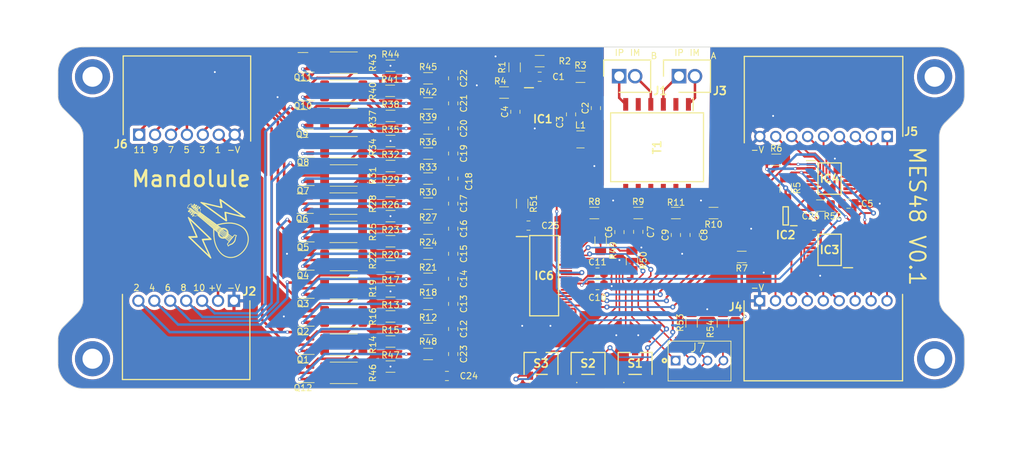
<source format=kicad_pcb>
(kicad_pcb (version 20240108) (generator "pcbnew") (generator_version "8.0")
  (layers (0 "F.Cu" signal) (31 "B.Cu" signal) (34 "B.Paste" user) (35 "F.Paste" user) (36 "B.SilkS" user "B.Silkscreen") (37 "F.SilkS" user "F.Silkscreen") (38 "B.Mask" user) (39 "F.Mask" user) (44 "Edge.Cuts" user))
  (net 0 "")
  (net 1 "/FB")
  (net 2 "+5V")
  (net 3 "Net-(IC1-SW)")
  (net 4 "Net-(IC1-BOOST)")
  (net 5 "Net-(IC1-VIN)")
  (net 6 "-VDC")
  (net 7 "Net-(C6-Pad2)")
  (net 8 "Net-(T1-SEC2_2)")
  (net 9 "Net-(C8-Pad2)")
  (net 10 "Net-(T1-SEC1_2)")
  (net 11 "/VREF2")
  (net 12 "Net-(IC6-VREF1)")
  (net 13 "/C2")
  (net 14 "/C1")
  (net 15 "/C3")
  (net 16 "/C4")
  (net 17 "/C5")
  (net 18 "/C6")
  (net 19 "/C7")
  (net 20 "/C8")
  (net 21 "/C9")
  (net 22 "/C10")
  (net 23 "/C11")
  (net 24 "/C12")
  (net 25 "/C0")
  (net 26 "Net-(IC6-V+)")
  (net 28 "/Enable")
  (net 35 "Net-(IC1-RT)")
  (net 36 "Net-(IC2--IN)")
  (net 37 "Net-(IC2-+IN)")
  (net 39 "/SCL")
  (net 40 "/SDA")
  (net 41 "/T1")
  (net 42 "/T2")
  (net 43 "/T3")
  (net 44 "/T4")
  (net 45 "/T8")
  (net 46 "/T7")
  (net 47 "/T6")
  (net 48 "/T5")
  (net 49 "/T9")
  (net 50 "/T10")
  (net 51 "/T11")
  (net 52 "/T12")
  (net 53 "/T16")
  (net 54 "/T15")
  (net 55 "/T14")
  (net 56 "/T13")
  (net 57 "/S12")
  (net 58 "/S11")
  (net 59 "/S10")
  (net 60 "/S9")
  (net 61 "/S8")
  (net 62 "/S7")
  (net 63 "/S6")
  (net 64 "/S5")
  (net 65 "/S4")
  (net 66 "/S3")
  (net 67 "/S2")
  (net 68 "/S1")
  (net 69 "/Therm_ADC")
  (net 73 "/IMA")
  (net 74 "/IPA")
  (net 75 "/MOSI")
  (net 76 "Net-(IC6-ISOMD)")
  (net 77 "Net-(IC6-IBIAS)")
  (net 78 "Net-(IC6-ICMP)")
  (net 79 "/IMB")
  (net 80 "/IPB")
  (net 81 "+BATT")
  (net 82 "/Cell 10")
  (net 83 "/Cell 8")
  (net 84 "/Cell 6")
  (net 85 "/Cell 4")
  (net 86 "/Cell 2")
  (net 87 "/Cell 11")
  (net 88 "/Cell 9")
  (net 89 "/Cell 7")
  (net 90 "/Cell 5")
  (net 91 "/Cell 3")
  (net 92 "/Cell 1")
  (net 93 "Net-(Q1-G)")
  (net 94 "Net-(Q1-D)")
  (net 95 "Net-(Q2-G)")
  (net 96 "Net-(Q2-D)")
  (net 97 "Net-(Q3-G)")
  (net 98 "Net-(Q3-D)")
  (net 99 "Net-(Q4-G)")
  (net 100 "Net-(Q4-D)")
  (net 101 "Net-(Q5-G)")
  (net 102 "Net-(Q5-D)")
  (net 103 "Net-(Q6-G)")
  (net 104 "Net-(Q6-D)")
  (net 105 "Net-(Q7-G)")
  (net 106 "Net-(Q7-D)")
  (net 107 "Net-(Q8-G)")
  (net 108 "Net-(Q8-D)")
  (net 109 "Net-(Q9-G)")
  (net 110 "Net-(Q9-D)")
  (net 111 "Net-(Q10-G)")
  (net 112 "Net-(Q10-D)")
  (net 113 "Net-(Q11-G)")
  (net 114 "Net-(Q11-D)")
  (net 115 "Net-(Q12-G)")
  (net 116 "Net-(Q12-D)")
  (net 117 "Net-(J3-Pin_2)")
  (net 119 "Net-(J3-Pin_1)")
  (net 120 "Net-(J1-Pin_2)")
  (net 122 "Net-(J1-Pin_1)")
  (net 123 "/SCK_(IPA)")
  (net 124 "/MISO")
  (net 125 "/CSB_(IMA)")
  (net 126 "Net-(S1-NC)")
  (net 127 "Net-(S2-NC)")
  (footprint "EPSA_lib:CAS120B" (layer "F.Cu") (at 148.5 114)
    (property "Reference" "S2")
    (property "Value" "Commutateur CAS-120B" (hide yes))
  )
  (footprint "EPSA:RHDR2W97P0X254_1X2_654X508X1379P" (layer "F.Cu") (at 163 68.155)
    (property "Reference" "J3")
    (property "Value" "Conn_01x02_Pin" (hide yes))
  )
  (footprint "Capacitor_SMD:C_0805_2012Metric_Pad1.18x1.45mm_HandSolder" (layer "F.Cu") (at 127 96.5 -90)
    (property "Reference" "C15")
    (property "Value" "10n")
  )
  (footprint "Resistor_SMD:R_1206_3216Metric_Pad1.30x1.75mm_HandSolder" (layer "F.Cu") (at 117 74.5)
    (property "Reference" "R38")
    (property "Value" "100")
  )
  (footprint "" (layer "F.Cu") (at 203.75 113.25)
    (property "Reference" "")
    (property "Value" "")
  )
  (footprint "Inductor_SMD:L_1210_3225Metric_Pad1.42x2.65mm_HandSolder" (layer "F.Cu") (at 147.288 78.25)
    (property "Reference" "L1")
    (property "Value" "33u")
  )
  (footprint "EPSA:SOP50P780X200-48N" (layer "F.Cu") (at 141.5 100)
    (property "Reference" "IC6")
    (property "Value" "LTC6811IG-1#PBF" (hide yes))
  )
  (footprint "Resistor_SMD:R_1206_3216Metric_Pad1.30x1.75mm_HandSolder" (layer "F.Cu") (at 117 82.5)
    (property "Reference" "R32")
    (property "Value" "100")
  )
  (footprint "Resistor_SMD:R_1206_3216Metric_Pad1.30x1.75mm_HandSolder" (layer "F.Cu") (at 173 97 180)
    (property "Reference" "R7")
    (property "Value" "100")
  )
  (footprint "EPSA_lib:CAS120B" (layer "F.Cu") (at 156 114)
    (property "Reference" "S1")
    (property "Value" "Commutateur CAS-120B" (hide yes))
  )
  (footprint "Resistor_SMD:R_1206_3216Metric_Pad1.30x1.75mm_HandSolder" (layer "F.Cu") (at 123 96.5)
    (property "Reference" "R24")
    (property "Value" "3.3K")
  )
  (footprint "Resistor_SMD:R_1206_3216Metric_Pad1.30x1.75mm_HandSolder" (layer "F.Cu") (at 117 94.5)
    (property "Reference" "R23")
    (property "Value" "100")
  )
  (footprint "Resistor_SMD:R_2512_6332Metric_Pad1.40x3.35mm_HandSolder" (layer "F.Cu") (at 109.55 115.5 180)
    (property "Reference" "R46")
    (property "Value" "25")
  )
  (footprint "EPSA:SOP65P640X120-16N" (layer "F.Cu") (at 187 95.875 180)
    (property "Reference" "IC3")
    (property "Value" "ADG728BRUZ-REEL7" (hide yes))
  )
  (footprint "Capacitor_SMD:C_0805_2012Metric_Pad1.18x1.45mm_HandSolder" (layer "F.Cu") (at 127 84.5 -90)
    (property "Reference" "C18")
    (property "Value" "10n")
  )
  (footprint "Resistor_SMD:R_1206_3216Metric_Pad1.30x1.75mm_HandSolder" (layer "F.Cu") (at 123 108.5)
    (property "Reference" "R12")
    (property "Value" "3.3K")
  )
  (footprint "EPSA:SOT-23-3" (layer "F.Cu") (at 103.05 65.95 180)
    (property "Reference" "Q11")
    (property "Value" "Q_PMOS_GDS")
  )
  (footprint "" (layer "F.Cu") (at 69.5 113.25)
    (property "Reference" "")
    (property "Value" "")
  )
  (footprint "Resistor_SMD:R_1206_3216Metric_Pad1.30x1.75mm_HandSolder" (layer "F.Cu") (at 170 107.5 90)
    (property "Reference" "R54")
    (property "Value" "1M")
  )
  (footprint "Capacitor_SMD:C_0805_2012Metric_Pad1.18x1.45mm_HandSolder" (layer "F.Cu") (at 140.788 68.25)
    (property "Reference" "C1")
    (property "Value" "22p")
  )
  (footprint "Resistor_SMD:R_1206_3216Metric_Pad1.30x1.75mm_HandSolder" (layer "F.Cu") (at 138 88.5 -90)
    (property "Reference" "R51")
    (property "Value" "100")
  )
  (footprint "Capacitor_SMD:C_0805_2012Metric_Pad1.18x1.45mm_HandSolder" (layer "F.Cu") (at 162.5 93.5 90)
    (property "Reference" "C9")
    (property "Value" "10n")
  )
  (footprint "Capacitor_SMD:C_0805_2012Metric_Pad1.18x1.45mm_HandSolder" (layer "F.Cu") (at 127 108.5 -90)
    (property "Reference" "C12")
    (property "Value" "10n")
  )
  (footprint "Resistor_SMD:R_1206_3216Metric_Pad1.30x1.75mm_HandSolder" (layer "F.Cu") (at 117 66.5)
    (property "Reference" "R44")
    (property "Value" "100")
  )
  (footprint "Capacitor_SMD:C_0805_2012Metric_Pad1.18x1.45mm_HandSolder" (layer "F.Cu") (at 127 88.5 -90)
    (property "Reference" "C17")
    (property "Value" "10n")
  )
  (footprint "Resistor_SMD:R_1206_3216Metric_Pad1.30x1.75mm_HandSolder" (layer "F.Cu") (at 117 110.5)
    (property "Reference" "R15")
    (property "Value" "100")
  )
  (footprint "Resistor_SMD:R_1206_3216Metric_Pad1.30x1.75mm_HandSolder" (layer "F.Cu") (at 123 92.5)
    (property "Reference" "R27")
    (property "Value" "3.3K")
  )
  (footprint "EPSA:SOT95P280X100-6N" (layer "F.Cu") (at 180 90.45 180)
    (property "Reference" "IC2")
    (property "Value" "LTC6255IS6#TRMPBF" (hide yes))
  )
  (footprint "Capacitor_SMD:C_0805_2012Metric_Pad1.18x1.45mm_HandSolder" (layer "F.Cu") (at 149.75 73.25 90)
    (property "Reference" "C2")
    (property "Value" "22u")
  )
  (footprint "Resistor_SMD:R_1206_3216Metric_Pad1.30x1.75mm_HandSolder" (layer "F.Cu") (at 150.5 94.5 90)
    (property "Reference" "R49")
    (property "Value" "1k")
  )
  (footprint "Capacitor_SMD:C_0805_2012Metric_Pad1.18x1.45mm_HandSolder" (layer "F.Cu") (at 127 112.5 -90)
    (property "Reference" "C23")
    (property "Value" "10n")
  )
  (footprint "Resistor_SMD:R_1206_3216Metric_Pad1.30x1.75mm_HandSolder" (layer "F.Cu") (at 185.633538 88.818599 180)
    (property "Reference" "R52")
    (property "Value" "10k")
  )
  (footprint "Resistor_SMD:R_2512_6332Metric_Pad1.40x3.35mm_HandSolder" (layer "F.Cu") (at 109.55 66 180)
    (property "Reference" "R43")
    (property "Value" "25")
  )
  (footprint "Capacitor_SMD:C_0805_2012Metric_Pad1.18x1.45mm_HandSolder" (layer "F.Cu") (at 139 92)
    (property "Reference" "C25")
    (property "Value" "100n")
  )
  (footprint "Resistor_SMD:R_2512_6332Metric_Pad1.40x3.35mm_HandSolder" (layer "F.Cu") (at 109.55 102 180)
    (property "Reference" "R19")
    (property "Value" "25")
  )
  (footprint "Resistor_SMD:R_2512_6332Metric_Pad1.40x3.35mm_HandSolder" (layer "F.Cu") (at 109.55 84 180)
    (property "Reference" "R31")
    (property "Value" "25")
  )
  (footprint "Resistor_SMD:R_1206_3216Metric_Pad1.30x1.75mm_HandSolder" (layer "F.Cu") (at 147.288 68.25)
    (property "Reference" "R3")
    (property "Value" "374k")
  )
  (footprint "Capacitor_SMD:C_0805_2012Metric_Pad1.18x1.45mm_HandSolder" (layer "F.Cu") (at 150 99.5)
    (property "Reference" "C11")
    (property "Value" "1u")
  )
  (footprint "Capacitor_SMD:C_0805_2012Metric_Pad1.18x1.45mm_HandSolder" (layer "F.Cu") (at 127 104.5 -90)
    (property "Reference" "C13")
    (property "Value" "10n")
  )
  (footprint "Resistor_SMD:R_1206_3216Metric_Pad1.30x1.75mm_HandSolder" (layer "F.Cu") (at 123 88.5)
    (property "Reference" "R30")
    (property "Value" "3.3K")
  )
  (footprint "EPSA:SHDRRA9W69P0X254_1X9_2527X1359X741P" (layer "F.Cu") (at 196.2 77.775)
    (property "Reference" "J5")
    (property "Value" "Conn_01x08_Pin" (hide yes))
  )
  (footprint "Resistor_SMD:R_2512_6332Metric_Pad1.40x3.35mm_HandSolder" (layer "F.Cu") (at 109.55 97.5 180)
    (property "Reference" "R22")
    (property "Value" "25")
  )
  (footprint "Resistor_SMD:R_1206_3216Metric_Pad1.30x1.75mm_HandSolder" (layer "F.Cu") (at 162.5 90 180)
    (property "Reference" "R11")
    (property "Value" "51")
  )
  (footprint "Capacitor_SMD:C_0805_2012Metric_Pad1.18x1.45mm_HandSolder" (layer "F.Cu") (at 127 68.5 -90)
    (property "Reference" "C22")
    (property "Value" "10n")
  )
  (footprint "Resistor_SMD:R_1206_3216Metric_Pad1.30x1.75mm_HandSolder" (layer "F.Cu") (at 123 72.5)
    (property "Reference" "R42")
    (property "Value" "3.3K")
  )
  (footprint "Capacitor_SMD:C_0805_2012Metric_Pad1.18x1.45mm_HandSolder" (layer "F.Cu") (at 150 101.5)
    (property "Reference" "C10")
    (property "Value" "1u")
  )
  (footprint "Resistor_SMD:R_1206_3216Metric_Pad1.30x1.75mm_HandSolder" (layer "F.Cu") (at 123 112.5)
    (property "Reference" "R48")
    (property "Value" "3.3K")
  )
  (footprint "Capacitor_SMD:C_0805_2012Metric_Pad1.18x1.45mm_HandSolder" (layer "F.Cu") (at 126 116 180)
    (property "Reference" "C24")
    (property "Value" "10n")
  )
  (footprint "Capacitor_SMD:C_0805_2012Metric_Pad1.18x1.45mm_HandSolder" (layer "F.Cu") (at 127 100.5 -90)
    (property "Reference" "C14")
    (property "Value" "10n")
  )
  (footprint "EPSA:SOT-23-3" (layer "F.Cu") (at 102.9125 88.5 180)
    (property "Reference" "Q6")
    (property "Value" "Q_PMOS_GDS")
  )
  (footprint "Resistor_SMD:R_1206_3216Metric_Pad1.30x1.75mm_HandSolder" (layer "F.Cu") (at 168.5 90 180)
    (property "Reference" "R10")
    (property "Value" "51")
  )
  (footprint "Resistor_SMD:R_1206_3216Metric_Pad1.30x1.75mm_HandSolder" (layer "F.Cu") (at 117 86.5)
    (property "Reference" "R29")
    (property "Value" "100")
  )
  (footprint "EPSA:SOT-23-3" (layer "F.Cu") (at 102.9125 75.05 180)
    (property "Reference" "Q9")
    (property "Value" "Q_PMOS_GDS")
  )
  (footprint "Resistor_SMD:R_1206_3216Metric_Pad1.30x1.75mm_HandSolder" (layer "F.Cu") (at 117 90.5)
    (property "Reference" "R26")
    (property "Value" "100")
  )
  (footprint "EPSA:SOT-23-3" (layer "F.Cu") (at 103.05 97.55 180)
    (property "Reference" "Q4")
    (property "Value" "Q_PMOS_GDS")
  )
  (footprint "EPSA:SOT-23-3" (layer "F.Cu") (at 103.05 102.05 180)
    (property "Reference" "Q3")
    (property "Value" "Q_PMOS_GDS")
  )
  (footprint "Resistor_SMD:R_2512_6332Metric_Pad1.40x3.35mm_HandSolder" (layer "F.Cu") (at 109.5 88.5 180)
    (property "Reference" "R28")
    (property "Value" "25")
  )
  (footprint "Resistor_SMD:R_1206_3216Metric_Pad1.30x1.75mm_HandSolder" (layer "F.Cu") (at 117 102.5)
    (property "Reference" "R17")
    (property "Value" "100")
  )
  (footprint "Resistor_SMD:R_1206_3216Metric_Pad1.30x1.75mm_HandSolder" (layer "F.Cu") (at 135.112465 70.768955)
    (property "Reference" "R4")
    (property "Value" "470")
  )
  (footprint "EPSA:SOP50P490X110-17N" (layer "F.Cu") (at 141.288 72.25)
    (property "Reference" "IC1")
    (property "Value" "LT3990EMSE#TRPBF" (hide yes))
  )
  (footprint "Resistor_SMD:R_1206_3216Metric_Pad1.30x1.75mm_HandSolder" (layer "F.Cu") (at 149.5 90)
    (property "Reference" "R8")
    (property "Value" "51")
  )
  (footprint "Resistor_SMD:R_1206_3216Metric_Pad1.30x1.75mm_HandSolder" (layer "F.Cu") (at 123 76.5)
    (property "Reference" "R39")
    (property "Value" "3.3K")
  )
  (footprint "EPSA:SHDRRA9W69P0X254_1X9_2527X1359X741P" (layer "F.Cu") (at 175.84 104 180)
    (property "Reference" "J4")
    (property "Value" "Conn_01x08_Pin" (hide yes))
  )
  (footprint "EPSA:SHDRRA7W77P0X254_1X7_2032X1359X699P" (layer "F.Cu") (at 76.93 77.5)
    (property "Reference" "J6")
    (property "Value" "Conn_01x07_Pin" (hide yes))
  )
  (footprint "EPSA:SOP200P1473X500-12N" (layer "F.Cu") (at 159.5 79.5 -90)
    (property "Reference" "T1")
    (property "Value" "SM91501ALE" (hide yes))
  )
  (footprint "EPSA_lib:CAS120B" (layer "F.Cu") (at 141 114)
    (property "Reference" "S3")
    (property "Value" "Commutateur CAS-120B" (hide yes))
  )
  (footprint "Capacitor_SMD:C_0805_2012Metric_Pad1.18x1.45mm_HandSolder" (layer "F.Cu") (at 127 76.5 -90)
    (property "Reference" "C20")
    (property "Value" "10n")
  )
  (footprint "Capacitor_SMD:C_0805_2012Metric_Pad1.18x1.45mm_HandSolder" (layer "F.Cu") (at 184.5375 92 180)
    (property "Reference" "C26")
    (property "Value" "1u")
  )
  (footprint "Resistor_SMD:R_2512_6332Metric_Pad1.40x3.35mm_HandSolder" (layer "F.Cu") (at 109.5 93 180)
    (property "Reference" "R25")
    (property "Value" "25")
  )
  (footprint "EPSA:Mandolule Silk" (layer "F.Cu") (at 89.5 92.5)
    (property "Reference" "Ref**" (hide yes))
    (property "Value" "Val**" (hide yes))
  )
  (footprint "Capacitor_SMD:C_0805_2012Metric_Pad1.18x1.45mm_HandSolder" (layer "F.Cu") (at 156.5 93 90)
    (property "Reference" "C7")
    (property "Value" "10n")
  )
  (footprint "EPSA:RHDR2W97P0X254_1X2_654X508X1379P" (layer "F.Cu") (at 153.46 68.155)
    (property "Reference" "J1")
    (property "Value" "Conn_01x02_Pin" (hide yes))
  )
  (footprint "Capacitor_SMD:C_0805_2012Metric_Pad1.18x1.45mm_HandSolder" (layer "F.Cu") (at 153.5 93.0375 90)
    (property "Reference" "C6")
    (property "Value" "10n")
  )
  (footprint "" (layer "F.Cu") (at 203.75 68.25)
    (property "Reference" "")
    (property "Value" "")
  )
  (footprint "Resistor_SMD:R_2512_6332Metric_Pad1.40x3.35mm_HandSolder" (layer "F.Cu") (at 109.55 111 180)
    (property "Reference" "R14")
    (property "Value" "25")
  )
  (footprint "Resistor_SMD:R_1206_3216Metric_Pad1.30x1.75mm_HandSolder" (layer "F.Cu") (at 116.95 70.5)
    (property "Reference" "R41")
    (property "Value" "100")
  )
  (footprint "Resistor_SMD:R_1206_3216Metric_Pad1.30x1.75mm_HandSolder" (layer "F.Cu") (at 117 98.5)
    (property "Reference" "R20")
    (property "Value" "100")
  )
  (footprint "Resistor_SMD:R_1206_3216Metric_Pad1.30x1.75mm_HandSolder" (layer "F.Cu") (at 123 80.5)
    (property "Reference" "R36")
    (property "Value" "3.3K")
  )
  (footprint "Resistor_SMD:R_1206_3216Metric_Pad1.30x1.75mm_HandSolder" (layer "F.Cu") (at 123 84.5)
    (property "Reference" "R33")
    (property "Value" "3.3K")
  )
  (footprint "Resistor_SMD:R_1206_3216Metric_Pad1.30x1.75mm_HandSolder" (layer "F.Cu") (at 117 78.5)
    (property "Reference" "R35")
    (property "Value" "100")
  )
  (footprint "Resistor_SMD:R_2512_6332Metric_Pad1.40x3.35mm_HandSolder" (layer "F.Cu") (at 109.55 75 180)
    (property "Reference" "R37")
    (property "Value" "25")
  )
  (footprint "Resistor_SMD:R_2512_6332Metric_Pad1.40x3.35mm_HandSolder" (layer "F.Cu") (at 109.55 106.5 180)
    (property "Reference" "R16")
    (property "Value" "25")
  )
  (footprint "Resistor_SMD:R_1206_3216Metric_Pad1.30x1.75mm_HandSolder" (layer "F.Cu") (at 117 106.5)
    (property "Reference" "R13")
    (property "Value" "100")
  )
  (footprint "Resistor_SMD:R_1206_3216Metric_Pad1.30x1.75mm_HandSolder" (layer "F.Cu") (at 123 68.5)
    (property "Reference" "R45")
    (property "Value" "3.3K")
  )
  (footprint "EPSA:SOT-23-3" (layer "F.Cu") (at 103.05 106.5 180)
    (property "Reference" "Q2")
    (property "Value" "Q_PMOS_GDS")
  )
  (footprint "EPSA:SOT-23-3" (layer "F.Cu") (at 103.05 115.5 180)
    (property "Reference" "Q12")
    (property "Value" "Q_PMOS_GDS")
  )
  (footprint "Resistor_SMD:R_1206_3216Metric_Pad1.30x1.75mm_HandSolder" (layer "F.Cu") (at 155.5 97.55 -90)
    (property "Reference" "R50")
    (property "Value" "1k")
  )
  (footprint "Resistor_SMD:R_1206_3216Metric_Pad1.30x1.75mm_HandSolder" (layer "F.Cu") (at 136.788 66.75 -90)
    (property "Reference" "R1")
    (property "Value" "316k")
  )
  (footprint "Resistor_SMD:R_2512_6332Metric_Pad1.40x3.35mm_HandSolder" (layer "F.Cu") (at 109.55 70.5 180)
    (property "Reference" "R40")
    (property "Value" "25")
  )
  (footprint "EPSA_lib:MOLEX_22-11-2042" (layer "F.Cu") (at 166.27 113.54)
    (property "Reference" "J7")
    (property "Value" "4P Droit 22-11-2042")
  )
  (footprint "Resistor_SMD:R_1206_3216Metric_Pad1.30x1.75mm_HandSolder" (layer "F.Cu") (at 123 100.5)
    (property "Reference" "R21")
    (property "Value" "3.3K")
  )
  (footprint "MountingHole:MountingHole_3.2mm_M3_DIN965_Pad" (layer "F.Cu") (at 69.5 68.25)
    (property "Reference" "REF**" (hide yes))
    (property "Value" "MountingHole_3.2mm_M3_DIN965_Pad")
  )
  (footprint "Resistor_SMD:R_1206_3216Metric_Pad1.30x1.75mm_HandSolder" (layer "F.Cu") (at 123 104.5)
    (property "Reference" "R18")
    (property "Value" "3.3K")
  )
  (footprint "Capacitor_SMD:C_0805_2012Metric_Pad1.18x1.45mm_HandSolder" (layer "F.Cu") (at 127 72.5 -90)
    (property "Reference" "C21")
    (property "Value" "10n")
  )
  (footprint "EPSA:SOT-23-3" (layer "F.Cu") (at 103.05 93.05 180)
    (property "Reference" "Q5")
    (property "Value" "Q_PMOS_GDS")
  )
  (footprint "Capacitor_SMD:C_0805_2012Metric_Pad1.18x1.45mm_HandSolder" (layer "F.Cu") (at 190 88.5)
    (property "Reference" "C5")
    (property "Value" "1u")
  )
  (footprint "Resistor_SMD:R_1206_3216Metric_Pad1.30x1.75mm_HandSolder" (layer "F.Cu") (at 165 107.5 90)
    (property "Reference" "R53")
    (property "Value" "1M")
  )
  (footprint "EPSA:SHDRRA7W77P0X254_1X7_2032X1359X699P" (layer "F.Cu") (at 92.05 104 180)
    (property "Reference" "J2")
    (property "Value" "Conn_01x07_Pin" (hide yes))
  )
  (footprint "Resistor_SMD:R_2512_6332Metric_Pad1.40x3.35mm_HandSolder" (layer "F.Cu") (at 109.55 79.5 180)
    (property "Reference" "R34")
    (property "Value" "25")
  )
  (footprint "EPSA:SOT-23-3" (layer "F.Cu") (at 103.05 84.05 180)
    (property "Reference" "Q7")
    (property "Value" "Q_PMOS_GDS")
  )
  (footprint "Capacitor_SMD:C_0805_2012Metric_Pad1.18x1.45mm_HandSolder" (layer "F.Cu") (at 165.5 93.5 90)
    (property "Reference" "C8")
    (property "Value" "10n")
  )
  (footprint "Resistor_SMD:R_1206_3216Metric_Pad1.30x1.75mm_HandSolder" (layer "F.Cu") (at 178.5 81.5)
    (property "Reference" "R6")
    (property "Value" "4.7k")
  )
  (footprint "EPSA:SOT-23-3" (layer "F.Cu") (at 103.05 70.5 180)
    (property "Reference" "Q10")
    (property "Value" "Q_PMOS_GDS")
  )
  (footprint "EPSA:SOT-23-3" (layer "F.Cu") (at 103.05 111 180)
    (property "Reference" "Q1")
    (property "Value" "Q_PMOS_GDS")
  )
  (footprint "EPSA:SOP65P640X120-16N" (layer "F.Cu") (at 187 84.5)
    (property "Reference" "IC4")
    (property "Value" "ADG728BRUZ-REEL7" (hide yes))
  )
  (footprint "Capacitor_SMD:C_0805_2012Metric_Pad1.18x1.45mm_HandSolder" (layer "F.Cu") (at 136.911722 73.839704 90)
    (property "Reference" "C4")
    (property "Value" "2.2u")
  )
  (footprint "Resistor_SMD:R_1206_3216Metric_Pad1.30x1.75mm_HandSolder" (layer "F.Cu") (at 117 114.5)
    (property "Reference" "R47")
    (property "Value" "100")
  )
  (footprint "Capacitor_SMD:C_0805_2012Metric_Pad1.18x1.45mm_HandSolder" (layer "F.Cu") (at 127 92.5 -90)
    (property "Reference" "C16")
    (property "Value" "10n")
  )
  (footprint "Capacitor_SMD:C_0805_2012Metric_Pad1.18x1.45mm_HandSolder" (layer "F.Cu") (at 127 80.5 -90)
    (property "Reference" "C19")
    (property "Value" "10n")
  )
  (footprint "EPSA:SOT-23-3" (layer "F.Cu") (at 103.05 79.5 180)
    (property "Reference" "Q8")
    (property "Value" "Q_PMOS_GDS")
  )
  (footprint "Capacitor_SMD:C_0805_2012Metric_Pad1.18x1.45mm_HandSolder" (layer "F.Cu") (at 145.788 74.25 90)
    (property "Reference" "C3")
    (property "Value" "0.22u")
  )
  (footprint "Resistor_SMD:R_1206_3216Metric_Pad1.30x1.75mm_HandSolder" (layer "F.Cu") (at 140.788 65.75 180)
    (property "Reference" "R2")
    (property "Value" "1M")
  )
  (footprint "Resistor_SMD:R_1206_3216Metric_Pad1.30x1.75mm_HandSolder" (layer "F.Cu") (at 180 86 -90)
    (property "Reference" "R5")
    (property "Value" "4.7k")
  )
  (footprint "Resistor_SMD:R_1206_3216Metric_Pad1.30x1.75mm_HandSolder" (layer "F.Cu") (at 156.5 90)
    (property "Reference" "R9")
    (property "Value" "51")
  )
  (gr_line (start 207.62132 73.37868) (end 205.378679 75.621321) (stroke (width 0.1)) (layer "Edge.Cuts"))
  (gr_line (start 208.5 67.5) (end 208.5 71.257359) (stroke (width 0.1)) (layer "Edge.Cuts"))
  (gr_arc (start 205.378679 105.878679) (mid 204.728361 104.905409) (end 204.5 103.757359) (stroke (width 0.1)) (layer "Edge.Cuts"))
  (gr_line (start 68 103.757359) (end 68 77.742641) (stroke (width 0.1)) (layer "Edge.Cuts"))
  (gr_line (start 204.5 118) (end 68 118) (stroke (width 0.1)) (layer "Edge.Cuts"))
  (gr_line (start 64.87868 73.37868) (end 67.121321 75.621321) (stroke (width 0.1)) (layer "Edge.Cuts"))
  (gr_line (start 68 63.5) (end 204.5 63.5) (stroke (width 0.1)) (layer "Edge.Cuts"))
  (gr_arc (start 68 103.757359) (mid 67.771652 104.905418) (end 67.121321 105.878679) (stroke (width 0.1)) (layer "Edge.Cuts"))
  (gr_arc (start 208.5 71.257359) (mid 208.271652 72.405418) (end 207.62132 73.37868) (stroke (width 0.1)) (layer "Edge.Cuts"))
  (gr_line (start 64 114) (end 64 110.242641) (stroke (width 0.1)) (layer "Edge.Cuts"))
  (gr_arc (start 64.87868 73.37868) (mid 64.228361 72.40541) (end 64 71.257359) (stroke (width 0.1)) (layer "Edge.Cuts"))
  (gr_arc (start 204.5 63.5) (mid 207.328427 64.671573) (end 208.5 67.5) (stroke (width 0.1)) (layer "Edge.Cuts"))
  (gr_arc (start 204.5 77.742641) (mid 204.728348 76.594582) (end 205.378679 75.621321) (stroke (width 0.1)) (layer "Edge.Cuts"))
  (gr_arc (start 67.121321 75.621321) (mid 67.771639 76.594591) (end 68 77.742641) (stroke (width 0.1)) (layer "Edge.Cuts"))
  (gr_line (start 208.5 110.242641) (end 208.5 114) (stroke (width 0.1)) (layer "Edge.Cuts"))
  (gr_arc (start 68 118) (mid 65.171573 116.828427) (end 64 114) (stroke (width 0.1)) (layer "Edge.Cuts"))
  (gr_arc (start 207.62132 108.12132) (mid 208.271639 109.09459) (end 208.5 110.242641) (stroke (width 0.1)) (layer "Edge.Cuts"))
  (gr_arc (start 208.5 114) (mid 207.328427 116.828427) (end 204.5 118) (stroke (width 0.1)) (layer "Edge.Cuts"))
  (gr_line (start 204.5 103.757359) (end 204.5 77.742641) (stroke (width 0.1)) (layer "Edge.Cuts"))
  (gr_line (start 64.87868 108.12132) (end 67.121321 105.878679) (stroke (width 0.1)) (layer "Edge.Cuts"))
  (gr_line (start 64 67.5) (end 64 71.257359) (stroke (width 0.1)) (layer "Edge.Cuts"))
  (gr_arc (start 64 110.242641) (mid 64.228348 109.094582) (end 64.87868 108.12132) (stroke (width 0.1)) (layer "Edge.Cuts"))
  (gr_line (start 207.62132 108.12132) (end 205.378679 105.878679) (stroke (width 0.1)) (layer "Edge.Cuts"))
  (gr_arc (start 64 67.5) (mid 65.171573 64.671573) (end 68 63.5) (stroke (width 0.1)) (layer "Edge.Cuts"))
  (gr_text "IM" (at 165.5 65 0) (layer "F.SilkS") (effects (font (size 1 1)) (justify bottom)))
  (gr_text "10\n" (at 86.5 102.5 0) (layer "F.SilkS") (effects (font (size 1 1)) (justify bottom)))
  (gr_text "4" (at 79 102.5 0) (layer "F.SilkS") (effects (font (size 1 1)) (justify bottom)))
  (gr_text "1" (at 89.5 80.5 0) (layer "F.SilkS") (effects (font (size 1 1)) (justify bottom)))
  (gr_text "6" (at 81.5 102.5 0) (layer "F.SilkS") (effects (font (size 1 1)) (justify bottom)))
  (gr_text "Mandolule" (at 75.5 86 0) (layer "F.SilkS") (effects (font (size 2.5 2.5) (thickness 0.4)) (justify left bottom)))
  (gr_text "7" (at 82 80.5 0) (layer "F.SilkS") (effects (font (size 1 1)) (justify bottom)))
  (gr_text "IP" (at 163 65 0) (layer "F.SilkS") (effects (font (size 1 1)) (justify bottom)))
  (gr_text "-V\n" (at 175.5 102.5 0) (layer "F.SilkS") (effects (font (size 1 1)) (justify bottom)))
  (gr_text "5" (at 84.5 80.5 0) (layer "F.SilkS") (effects (font (size 1 1)) (justify bottom)))
  (gr_text "3\n" (at 87 80.5 0) (layer "F.SilkS") (effects (font (size 1 1)) (justify bottom)))
  (gr_text "MES48 V0.1" (at 199.5 90.5 270) (layer "F.SilkS") (effects (font (size 2.5 2.5) (thickness 0.3)) (justify bottom)))
  (gr_text "-V\n" (at 175.5 80.5 0) (layer "F.SilkS") (effects (font (size 1 1)) (justify bottom)))
  (gr_text "B" (at 159 65.5 0) (layer "F.SilkS") (effects (font (size 1 1)) (justify bottom)))
  (gr_text "-V\n" (at 92 102.5 0) (layer "F.SilkS") (effects (font (size 1 1)) (justify bottom)))
  (gr_text "11" (at 77 80.5 0) (layer "F.SilkS") (effects (font (size 1 1)) (justify bottom)))
  (gr_text "8" (at 84 102.5 0) (layer "F.SilkS") (effects (font (size 1 1)) (justify bottom)))
  (gr_text "IM" (at 156 65 0) (layer "F.SilkS") (effects (font (size 1 1)) (justify bottom)))
  (gr_text "9" (at 79.5 80.5 0) (layer "F.SilkS") (effects (font (size 1 1)) (justify bottom)))
  (gr_text "IP" (at 153.5 65 0) (layer "F.SilkS") (effects (font (size 1 1)) (justify bottom)))
  (gr_text "+V\n" (at 89 102.5 0) (layer "F.SilkS") (effects (font (size 1 1)) (justify bottom)))
  (gr_text "-V\n" (at 92 80.5 0) (layer "F.SilkS") (effects (font (size 1 1)) (justify bottom)))
  (gr_text "2" (at 76.5 102.5 0) (layer "F.SilkS") (effects (font (size 1 1)) (justify bottom)))
  (gr_text "A" (at 168.5 65.5 0) (layer "F.SilkS") (effects (font (size 1 1)) (justify bottom)))
  (segment (start 136.788 65.2) (end 138.688 65.2) (width 0.3) (layer "F.Cu") (net 1))
  (segment (start 138.688 65.2) (end 139.238 65.75) (width 0.3) (layer "F.Cu") (net 1))
  (segment (start 139.7505 68.25) (end 139.2505 68.75) (width 0.3) (layer "F.Cu") (net 1))
  (segment (start 139.7505 68.25) (end 139.076 68.9245) (width 0.3) (layer "F.Cu") (net 1))
  (segment (start 139.238 67.7375) (end 139.7505 68.25) (width 0.3) (layer "F.Cu") (net 1))
  (segment (start 139.238 65.75) (end 139.238 67.7375) (width 0.3) (layer "F.Cu") (net 1))
  (segment (start 139.076 68.9245) (end 139.076 71) (width 0.3) (layer "F.Cu") (net 1))
  (segment (start 148.7755 78.25) (end 148.288 77.7625) (width 0.3) (layer "F.Cu") (net 2))
  (segment (start 142.338 65.75) (end 142.338 67.7375) (width 0.3) (layer "F.Cu") (net 2))
  (segment (start 148.288 73) (end 147.288 72) (width 0.3) (layer "F.Cu") (net 2))
  (segment (start 146.3 99.75) (end 147.25 99.75) (width 0.3) (layer "F.Cu") (net 2))
  (segment (start 191.4625 97.5) (end 192.4625 96.5) (width 0.3) (layer "F.Cu") (net 2))
  (segment (start 178.7 91.4) (end 177.9 91.4) (width 0.4) (layer "F.Cu") (net 2))
  (segment (start 192 90) (end 191.219024 90.780976) (width 0.3) (layer "F.Cu") (net 2))
  (segment (start 169.975 105.925) (end 170 105.95) (width 0.25) (layer "F.Cu") (net 2))
  (segment (start 165.025 105.925) (end 169.975 105.925) (width 0.25) (layer "F.Cu") (net 2))
  (segment (start 137 116.5) (end 137.55 115.95) (width 0.3) (layer "F.Cu") (net 2))
  (segment (start 147.288 71) (end 148.288 72) (width 0.3) (layer "F.Cu") (net 2))
  (segment (start 142.338 65.75) (end 145.788 65.75) (width 0.3) (layer "F.Cu") (net 2))
  (segment (start 177 83) (end 177 81.55) (width 0.4) (layer "F.Cu") (net 2))
  (segment (start 137.55 115.95) (end 139.25 115.95) (width 0.3) (layer "F.Cu") (net 2))
  (segment (start 180 87.55) (end 180 86) (width 0.4) (layer "F.Cu") (net 2))
  (segment (start 190.9505 82.225) (end 189.938 82.225) (width 0.3) (layer "F.Cu") (net 2))
  (segment (start 173.5 106.5) (end 173 106) (width 0.4) (layer "F.Cu") (net 2))
  (segment (start 142.338 67.7375) (end 141.8255 68.25) (width 0.3) (layer "F.Cu") (net 2))
  (segment (start 184.062 82.875) (end 181.5505 82.875) (width 0.4) (layer "F.Cu") (net 2))
  (segment (start 189.938 84.175) (end 188.9005 84.175) (width 0.3) (layer "F.Cu") (net 2))
  (segment (start 185.575 95.8245) (end 185.575 92) (width 0.4) (layer "F.Cu") (net 2))
  (segment (start 143.5 83.5255) (end 143.5 89.75) (width 0.3) (layer "F.Cu") (net 2))
  (segment (start 190.969024 91.030976) (end 192.4625 92.524451) (width 0.3) (layer "F.Cu") (net 2))
  (segment (start 148.288 72) (end 149.5375 72) (width 0.3) (layer "F.Cu") (net 2))
  (segment (start 177 90) (end 177 89.6) (width 0.4) (layer "F.Cu") (net 2))
  (segment (start 177.775 91.4) (end 178.7 91.4) (width 0.4) (layer "F.Cu") (net 2))
  (segment (start 192 90) (end 194 90) (width 0.3) (layer "F.Cu") (net 2))
  (segment (start 184.062 96.2) (end 185.1995 96.2) (width 0.4) (layer "F.Cu") (net 2))
  (segment (start 191.5 82.7745) (end 190.9505 82.225) (width 0.3) (layer "F.Cu") (net 2))
  (segment (start 149.5375 72) (end 149.75 72.2125) (width 0.3) (layer "F.Cu") (net 2))
  (segment (start 179.05 87.55) (end 180 87.55) (width 0.4) (layer "F.Cu") (net 2))
  (segment (start 148.7755 78.25) (end 143.5 83.5255) (width 0.3) (layer "F.Cu") (net 2))
  (segment (start 185.575 92) (end 185.575 91.575) (width 0.4) (layer "F.Cu") (net 2))
  (segment (start 145.05 99.75) (end 146.3 99.75) (width 0.3) (layer "F.Cu") (net 2))
  (segment (start 170 105.95) (end 172.95 105.95) (width 0.25) (layer "F.Cu") (net 2))
  (segment (start 147.288 67.25) (end 147.288 71) (width 0.3) (layer "F.Cu") (net 2))
  (segment (start 165 105.95) (end 165.025 105.925) (width 0.25) (layer "F.Cu") (net 2))
  (segment (start 188.9005 84.175) (end 188.6 84.4755) (width 0.3) (layer "F.Cu") (net 2))
  (segment (start 189.938 97.5) (end 191.4625 97.5) (width 0.3) (layer "F.Cu") (net 2))
  (segment (start 191.219024 90.780976) (end 191.219024 91.280976) (width 0.25) (layer "F.Cu") (net 2))
  (segment (start 191.5 83.5) (end 191.5 82.7745) (width 0.3) (layer "F.Cu") (net 2))
  (segment (start 188.6 88.661951) (end 190.969024 91.030976) (width 0.3) (layer "F.Cu") (net 2))
  (segment (start 148.288 77.7625) (end 148.288 73) (width 0.3) (layer "F.Cu") (net 2))
  (segment (start 189.938 84.175) (end 190.825 84.175) (width 0.3) (layer "F.Cu") (net 2))
  (segment (start 173 96.175) (end 177.775 91.4) (width 0.4) (layer "F.Cu") (net 2))
  (segment (start 145.788 65.75) (end 147.288 67.25) (width 0.3) (layer "F.Cu") (net 2))
  (segment (start 147.25 99.75) (end 147.5 99.5) (width 0.3) (layer "F.Cu") (net 2))
  (segment (start 190.825 84.175) (end 191.5 83.5) (width 0.3) (layer "F.Cu") (net 2))
  (segment (start 177 81.55) (end 176.95 81.5) (width 0.4) (layer "F.Cu") (net 2))
  (segment (start 172.95 105.95) (end 173 106) (width 0.25) (layer "F.Cu") (net 2))
  (segment (start 173 106) (end 173 96.175) (width 0.4) (layer "F.Cu") (net 2))
  (segment (start 188.6 84.4755) (end 188.6 88.661951) (width 0.3) (layer "F.Cu") (net 2))
  (segment (start 177.9 91.4) (end 177 90.5) (width 0.4) (layer "F.Cu") (net 2))
  (segment (start 192.4625 92.524451) (end 192.4625 96.5) (width 0.3) (layer "F.Cu") (net 2))
  (segment (start 177 90.5) (end 177 90) (width 0.4) (layer "F.Cu") (net 2))
  (segment (start 181.5505 82.875) (end 181.5 82.9255) (width 0.4) (layer "F.Cu") (net 2))
  (segment (start 177 89.6) (end 179.05 87.55) (width 0.4) (layer "F.Cu") (net 2))
  (segment (start 143.5 72) (end 148.288 72) (width 0.3) (layer "F.Cu") (net 2))
  (segment (start 185.575 91.575) (end 184.5 90.5) (width 0.4) (layer "F.Cu") (net 2))
  (segment (start 185.1995 96.2) (end 185.575 95.8245) (width 0.4) (layer "F.Cu") (net 2))
  (via (at 181.5 82.9255) (size 0.5) (drill 0.3) (layers "F.Cu" "B.Cu") (net 2))
  (via (at 147.5 99.5) (size 0.8) (drill 0.4) (layers "F.Cu" "B.Cu") (net 2))
  (via (at 143.5 89.75) (size 0.5) (drill 0.3) (layers "F.Cu" "B.Cu") (net 2))
  (via (at 137 116.5) (size 0.8) (drill 0.4) (layers "F.Cu" "B.Cu") (net 2))
  (via (at 177 83) (size 0.5) (drill 0.3) (layers "F.Cu" "B.Cu") (net 2))
  (via (at 194 90) (size 0.8) (drill 0.4) (layers "F.Cu" "B.Cu") (net 2))
  (via (at 184.5 90.5) (size 0.5) (drill 0.3) (layers "F.Cu" "B.Cu") (net 2))
  (via (at 180 86) (size 0.8) (drill 0.4) (layers "F.Cu" "B.Cu") (net 2))
  (via (at 173.5 106.5) (size 0.5) (drill 0.3) (layers "F.Cu" "B.Cu") (net 2))
  (segment (start 181.762689 80.662811) (end 184.662811 80.662811) (width 0.4) (layer "B.Cu") (net 2))
  (segment (start 139 116.5) (end 148.4 107.1) (width 0.3) (layer "B.Cu") (net 2))
  (segment (start 143.5 102) (end 148.6 107.1) (width 0.3) (layer "B.Cu") (net 2))
  (segment (start 178.5745 82.9255) (end 178.5 83) (width 0.4) (layer "B.Cu") (net 2))
  (segment (start 148.4 107.1) (end 148.6 107.1) (width 0.3) (layer "B.Cu") (net 2))
  (segment (start 143.5 89.75) (end 143.5 99) (width 0.3) (layer "B.Cu") (net 2))
  (segment (start 179.75 85.75) (end 177 83) (width 0.4) (layer "B.Cu") (net 2))
  (segment (start 137 116.5) (end 139 116.5) (width 0.3) (layer "B.Cu") (net 2))
  (segment (start 179.5 82.9255) (end 178.5745 82.9255) (width 0.4) (layer "B.Cu") (net 2))
  (segment (start 144 99.5) (end 143.5 99) (width 0.3) (layer "B.Cu") (net 2))
  (segment (start 143.5 99) (end 143.5 102) (width 0.3) (layer "B.Cu") (net 2))
  (segment (start 184.5 90.5) (end 179.75 85.75) (width 0.4) (layer "B.Cu") (net 2))
  (segment (start 147.5 99.5) (end 144 99.5) (width 0.3) (layer "B.Cu") (net 2))
  (segment (start 184.662811 80.662811) (end 194 90) (width 0.4) (layer "B.Cu") (net 2))
  (segment (start 179.5 82.9255) (end 181.762689 80.662811) (width 0.4) (layer "B.Cu") (net 2))
  (segment (start 178.5 83) (end 177 83) (width 0.4) (layer "B.Cu") (net 2))
  (segment (start 148.6 107.1) (end 172.9 107.1) (width 0.3) (layer "B.Cu") (net 2))
  (segment (start 172.9 107.1) (end 173.5 106.5) (width 0.3) (layer "B.Cu") (net 2))
  (segment (start 181.5 82.9255) (end 179.5 82.9255) (width 0.4) (layer "B.Cu") (net 2))
  (segment (start 144.5005 74) (end 145.788 75.2875) (width 0.3) (layer "F.Cu") (net 3))
  (segment (start 143.5 74) (end 144.5005 74) (width 0.3) (layer "F.Cu") (net 3))
  (segment (start 145.788 78.2375) (end 145.8005 78.25) (width 0.3) (layer "F.Cu") (net 3))
  (segment (start 145.788 75.2875) (end 145.788 78.2375) (width 0.3) (layer "F.Cu") (net 3))
  (segment (start 143.5 73) (end 145.5755 73) (width 0.3) (layer "F.Cu") (net 4))
  (segment (start 145.5755 73) (end 145.788 73.2125) (width 0.3) (layer "F.Cu") (net 4))
  (segment (start 136.662465 70.768955) (end 136.662465 72.552947) (width 0.3) (layer "F.Cu") (net 5))
  (segment (start 136.662465 72.552947) (end 136.911722 72.802204) (width 0.3) (layer "F.Cu") (net 5))
  (segment (start 137.0005 73) (end 139.076 73) (width 0.3) (layer "F.Cu") (net 5))
  (segment (start 145.05 100.25) (end 142.75 100.25) (width 0.3) (layer "F.Cu") (net 6))
  (segment (start 187.844425 83.344425) (end 187.844425 81.312811) (width 0.4) (layer "F.Cu") (net 6))
  (segment (start 189.938 82.875) (end 189.938 83.525) (width 0.4) (layer "F.Cu") (net 6))
  (segment (start 164.5 96.5) (end 163.5 96.5) (width 0.25) (layer "F.Cu") (net 6))
  (segment (start 188.025 83.525) (end 187.844425 83.344425) (width 0.4) (layer "F.Cu") (net 6))
  (segment (start 189.938 83.525) (end 188.025 83.525) (width 0.4) (layer "F.Cu") (net 6))
  (segment (start 153.5 94.075) (end 156.4625 94.075) (width 0.3) (layer "F.Cu") (net 6))
  (segment (start 151.0375 99.5) (end 151.0375 101.5) (width 0.25) (layer "F.Cu") (net 6))
  (segment (start 149.75 74.2875) (end 149.75 76) (width 0.4) (layer "F.Cu") (net 6))
  (segment (start 115.45 114.5) (end 113.6 114.5) (width 0.4) (layer "F.Cu") (net 6))
  (segment (start 187.844425 81.918925) (end 187.844425 81.312811) (width 0.4) (layer "F.Cu") (net 6))
  (segment (start 181.95 90.45) (end 183.5 92) (width 0.4) (layer "F.Cu") (net 6))
  (segment (start 162.5 95.5) (end 163.5 96.5) (width 0.25) (layer "F.Cu") (net 6))
  (segment (start 181.3 90.45) (end 181.95 90.45) (width 0.4) (layer "F.Cu") (net 6))
  (segment (start 156.4625 94.075) (end 156.5 94.0375) (width 0.25) (layer "F.Cu") (net 6))
  (segment (start 162.5 94.5375) (end 162.5 95.5) (width 0.25) (layer "F.Cu") (net 6))
  (segment (start 189.938 82.875) (end 188.8005 82.875) (width 0.4) (layer "F.Cu") (net 6))
  (segment (start 165.5 94.5375) (end 165.5 95.5) (width 0.25) (layer "F.Cu") (net 6))
  (segment (start 136.911722 74.877204) (end 138.377204 74.877204) (width 0.3) (layer "F.Cu") (net 6))
  (segment (start 151.0375 101.5) (end 152.100806 101.5) (width 0.25) (layer "F.Cu") (net 6))
  (segment (start 184.062 96.85) (end 184.062 98.15) (width 0.4) (layer "F.Cu") (net 6))
  (segment (start 113.6 114.5) (end 112.6 115.5) (width 0.4) (layer "F.Cu") (net 6))
  (segment (start 142.5 102.75) (end 145.05 102.75) (width 0.3) (layer "F.Cu") (net 6))
  (segment (start 165.5 95.5) (end 164.5 96.5) (width 0.25) (layer "F.Cu") (net 6))
  (segment (start 145.05 103.25) (end 142.5 103.25) (width 0.3) (layer "F.Cu") (net 6))
  (segment (start 152.100806 101.5) (end 152.264059 101.663253) (width 0.25) (layer "F.Cu") (net 6))
  (segment (start 138.377204 74.877204) (end 140 76.5) (width 0.3) (layer "F.Cu") (net 6))
  (segment (start 139.076 75.576) (end 140 76.5) (width 0.3) (layer "F.Cu") (net 6))
  (segment (start 184.062 98.15) (end 184.062 98.562) (width 0.4) (layer "F.Cu") (net 6))
  (segment (start 139.076 74) (end 139.076 75.576) (width 0.3) (layer "F.Cu") (net 6))
  (segment (start 184.062 98.562) (end 185.5 100) (width 0.4) (layer "F.Cu") (net 6))
  (segment (start 188.8005 82.875) (end 187.844425 81.918925) (width 0.4) (layer "F.Cu") (net 6))
  (via (at 117 114.5) (size 0.5) (drill 0.3) (layers "F.Cu" "B.Cu") (net 6))
  (via (at 130.761019 69.616484) (size 0.5) (drill 0.3) (layers "F.Cu" "B.Cu") (net 6))
  (via (at 149.5 82.5) (size 0.5) (drill 0.3) (layers "F.Cu" "B.Cu") (net 6))
  (via (at 152.264059 101.663253) (size 0.5) (drill 0.3) (layers "F.Cu" "B.Cu") (net 6))
  (via (at 153 109.5) (size 0.5) (drill 0.3) (layers "F.Cu" "B.Cu") (net 6))
  (via (at 166.5 88) (size 0.5) (drill 0.3) (layers "F.Cu" "B.Cu") (net 6))
  (via (at 99 71.5) (size 0.5) (drill 0.3) (layers "F.Cu" "B.Cu") (net 6))
  (via (at 140 76.5) (size 0.5) (drill 0.3) (layers "F.Cu" "B.Cu") (net 6))
  (via (at 163.5 96.5) (size 0.5) (drill 0.3) (layers "F.Cu" "B.Cu") (net 6))
  (via (at 133.75 65) (size 0.5) (drill 0.3) (layers "F.Cu" "B.Cu") (net 6))
  (via (at 187.844425 81.312811) (size 0.5) (drill 0.3) (layers "F.Cu" "B.Cu") (net 6))
  (via (at 117 90.5) (size 0.5) (drill 0.3) (layers "F.Cu" "B.Cu") (net 6))
  (via (at 100 106.5) (size 0.5) (drill 0.3) (layers "F.Cu" "B.Cu") (net 6))
  (via (at 117 66.5) (size 0.5) (drill 0.3) (layers "F.Cu" "B.Cu") (net 6))
  (via (at 178 74.5) (size 0.5) (drill 0.3) (layers "F.Cu" "B.Cu") (net 6))
  (via (at 100.5 96.5) (size 0.5) (drill 0.3) (layers "F.Cu" "B.Cu") (net 6))
  (via (at 185.5 100) (size 0.5) (drill 0.3) (layers "F.Cu" "B.Cu") (net 6))
  (via (at 176.5 99.5) (size 0.5) (drill 0.3) (layers "F.Cu" "B.Cu") (net 6))
  (via (at 156.5 109.5) (size 0.5) (drill 0.3) (layers "F.Cu" "B.Cu") (net 6))
  (via (at 138 108) (size 0.5) (drill 0.3) (layers "F.Cu" "B.Cu") (net 6))
  (via (at 117 78.5) (size 0.5) (drill 0.3) (layers "F.Cu" "B.Cu") (net 6))
  (via (at 157 95.5) (size 0.5) (drill 0.3) (layers "F.Cu" "B.Cu") (net 6))
  (via (at 89 67.5) (size 0.5) (drill 0.3) (layers "F.Cu" "B.Cu") (net 6))
  (via (at 117 102.5) (size 0.5) (drill 0.3) (layers "F.Cu" "B.Cu") (net 6))
  (via (at 195 88.5) (size 0.5) (drill 0.3) (layers "F.Cu" "B.Cu") (net 6))
  (via (at 167.5 105.35) (size 0.5) (drill 0.3) (layers "F.Cu" "B.Cu") (net 6))
  (via (at 142.5 108) (size 0.5) (drill 0.3) (layers "F.Cu" "B.Cu") (net 6))
  (via (at 153.5 97.5) (size 0.5) (drill 0.3) (layers "F.Cu" "B.Cu") (net 6))
  (via (at 152.5 88) (size 0.5) (drill 0.3) (layers "F.Cu" "B.Cu") (net 6))
  (via (at 174.5 92.5) (size 0.5) (drill 0.3) (layers "F.Cu" "B.Cu") (net 6))
  (segment (start 153.5 90) (end 154.95 90) (width 0.4) (layer "F.Cu") (net 7))
  (segment (start 151.05 90) (end 153.5 90) (width 0.4) (layer "F.Cu") (net 7))
  (segment (start 153.5 90) (end 153.5 92) (width 0.4) (layer "F.Cu") (net 7))
  (segment (start 156.5 91.9625) (end 156.5 86.345) (width 0.4) (layer "F.Cu") (net 8))
  (segment (start 164.05 90) (end 165.5 90) (width 0.4) (layer "F.Cu") (net 9))
  (segment (start 165.5 90) (end 166.95 90) (width 0.4) (layer "F.Cu") (net 9))
  (segment (start 165.5 92.4625) (end 165.5 90) (width 0.4) (layer "F.Cu") (net 9))
  (segment (start 162.5 86.345) (end 162.5 92.4625) (width 0.4) (layer "F.Cu") (net 10))
  (segment (start 147.5 101.5) (end 147.5005 101.5) (width 0.3) (layer "F.Cu") (net 11))
  (segment (start 147.2505 101.25) (end 147.5 101.4995) (width 0.3) (layer "F.Cu") (net 11))
  (segment (start 188.5 90.135061) (end 187.183538 88.818599) (width 0.3) (layer "F.Cu") (net 11))
  (segment (start 148.7125 101.25) (end 148.9625 101.5) (width 0.3) (layer "F.Cu") (net 11))
  (segment (start 188.5 91) (end 188.5 90.135061) (width 0.3) (layer "F.Cu") (net 11))
  (segment (start 147 101.25) (end 148.7125 101.25) (width 0.3) (layer "F.Cu") (net 11))
  (segment (start 147.5 101.4995) (end 147.5 101.5) (width 0.3) (layer "F.Cu") (net 11))
  (segment (start 145.05 101.25) (end 147 101.25) (width 0.3) (layer "F.Cu") (net 11))
  (segment (start 147.5005 101.5) (end 147.5 101.4995) (width 0.3) (layer "F.Cu") (net 11))
  (segment (start 147 101.25) (end 147.2505 101.25) (width 0.3) (layer "F.Cu") (net 11))
  (via (at 147.5 101.5) (size 0.5) (drill 0.3) (layers "F.Cu" "B.Cu") (net 11))
  (via (at 188.5 91) (size 0.8) (drill 0.4) (layers "F.Cu" "B.Cu") (net 11))
  (segment (start 147.5 101.4995) (end 148.4995 100.5) (width 0.3) (layer "B.Cu") (net 11))
  (segment (start 148.4995 100.5) (end 179 100.5) (width 0.3) (layer "B.Cu") (net 11))
  (segment (start 179 100.5) (end 188.5 91) (width 0.3) (layer "B.Cu") (net 11))
  (segment (start 145.05 100.75) (end 147.7125 100.75) (width 0.3) (layer "F.Cu") (net 12))
  (segment (start 147.7125 100.75) (end 148.9625 99.5) (width 0.3) (layer "F.Cu") (net 12))
  (segment (start 130.585788 106.5) (end 127 106.5) (width 0.3) (layer "F.Cu") (net 13))
  (segment (start 127 107.4625) (end 127 106.5) (width 0.4) (layer "F.Cu") (net 13))
  (segment (start 132.335788 104.75) (end 130.585788 106.5) (width 0.3) (layer "F.Cu") (net 13))
  (segment (start 118.55 106.5) (end 127 106.5) (width 0.4) (layer "F.Cu") (net 13))
  (segment (start 127 106.5) (end 127 105.5375) (width 0.4) (layer "F.Cu") (net 13))
  (segment (start 137.95 104.75) (end 132.335788 104.75) (width 0.3) (layer "F.Cu") (net 13))
  (segment (start 132.75 105.75) (end 128 110.5) (width 0.3) (layer "F.Cu") (net 14))
  (segment (start 128 110.5) (end 127 110.5) (width 0.3) (layer "F.Cu") (net 14))
  (segment (start 118.55 110.5) (end 127 110.5) (width 0.4) (layer "F.Cu") (net 14))
  (segment (start 137.95 105.75) (end 132.75 105.75) (width 0.3) (layer "F.Cu") (net 14))
  (segment (start 127 110.5) (end 127 109.5375) (width 0.4) (layer "F.Cu") (net 14))
  (segment (start 127 111.4625) (end 127 110.5) (width 0.4) (layer "F.Cu") (net 14))
  (segment (start 132.497092 103.75) (end 131.247092 102.5) (width 0.3) (layer "F.Cu") (net 15))
  (segment (start 137.95 103.75) (end 132.497092 103.75) (width 0.3) (layer "F.Cu") (net 15))
  (segment (start 131.247092 102.5) (end 127 102.5) (width 0.3) (layer "F.Cu") (net 15))
  (segment (start 127 102.5) (end 127 101.5375) (width 0.4) (layer "F.Cu") (net 15))
  (segment (start 118.55 102.5) (end 127 102.5) (width 0.4) (layer "F.Cu") (net 15))
  (segment (start 127 103.4625) (end 127 102.5) (width 0.4) (layer "F.Cu") (net 15))
  (segment (start 127 98.5) (end 127 97.5375) (width 0.4) (layer "F.Cu") (net 16))
  (segment (start 132.911304 102.75) (end 128.661304 98.5) (width 0.3) (layer "F.Cu") (net 16))
  (segment (start 137.95 102.75) (end 132.911304 102.75) (width 0.3) (layer "F.Cu") (net 16))
  (segment (start 128.661304 98.5) (end 127 98.5) (width 0.3) (layer "F.Cu") (net 16))
  (segment (start 127 99.4625) (end 127 98.5) (width 0.4) (layer "F.Cu") (net 16))
  (segment (start 118.55 98.5) (end 127 98.5) (width 0.4) (layer "F.Cu") (net 16))
  (segment (start 128.575 95.075) (end 128 94.5) (width 0.3) (layer "F.Cu") (net 17))
  (segment (start 127 95.4625) (end 127 94.5) (width 0.4) (layer "F.Cu") (net 17))
  (segment (start 127 94.5) (end 127 93.5375) (width 0.4) (layer "F.Cu") (net 17))
  (segment (start 133.325516 101.75) (end 128.575 96.999484) (width 0.3) (layer "F.Cu") (net 17))
  (segment (start 128 94.5) (end 127 94.5) (width 0.3) (layer "F.Cu") (net 17))
  (segment (start 128.575 96.999484) (end 128.575 95.075) (width 0.3) (layer "F.Cu") (net 17))
  (segment (start 137.95 101.75) (end 133.325516 101.75) (width 0.3) (layer "F.Cu") (net 17))
  (segment (start 118.55 94.5) (end 127 94.5) (width 0.4) (layer "F.Cu") (net 17))
  (segment (start 127 90.5) (end 127 89.5375) (width 0.4) (layer "F.Cu") (net 18))
  (segment (start 133.739728 100.75) (end 129.575 96.585272) (width 0.3) (layer "F.Cu") (net 18))
  (segment (start 118.55 90.5) (end 127 90.5) (width 0.4) (layer "F.Cu") (net 18))
  (segment (start 129.575 96.585272) (end 129.575 92.075) (width 0.3) (layer "F.Cu") (net 18))
  (segment (start 129.575 92.075) (end 128 90.5) (width 0.3) (layer "F.Cu") (net 18))
  (segment (start 128 90.5) (end 127 90.5) (width 0.3) (layer "F.Cu") (net 18))
  (segment (start 127 91.4625) (end 127 90.5) (width 0.4) (layer "F.Cu") (net 18))
  (segment (start 137.95 100.75) (end 133.739728 100.75) (width 0.3) (layer "F.Cu") (net 18))
  (segment (start 127 86.5) (end 127 85.5375) (width 0.4) (layer "F.Cu") (net 19))
  (segment (start 137.95 99.75) (end 134.15394 99.75) (width 0.3) (layer "F.Cu") (net 19))
  (segment (start 118.55 86.5) (end 127 86.5) (width 0.4) (layer "F.Cu") (net 19))
  (segment (start 130.575 96.17106) (end 130.575 90.075) (width 0.3) (layer "F.Cu") (net 19))
  (segment (start 130.575 90.075) (end 127 86.5) (width 0.3) (layer "F.Cu") (net 19))
  (segment (start 134.15394 99.75) (end 130.575 96.17106) (width 0.3) (layer "F.Cu") (net 19))
  (segment (start 127 87.4625) (end 127 86.5) (width 0.4) (layer "F.Cu") (net 19))
  (segment (start 127 82.5) (end 127 81.5375) (width 0.4) (layer "F.Cu") (net 20))
  (segment (start 134.568152 98.75) (end 131.575 95.756848) (width 0.3) (layer "F.Cu") (net 20))
  (segment (start 137.95 98.75) (end 134.568152 98.75) (width 0.3) (layer "F.Cu") (net 20))
  (segment (start 127 83.4625) (end 127 82.5) (width 0.4) (layer "F.Cu") (net 20))
  (segment (start 118.55 82.5) (end 127 82.5) (width 0.4) (layer "F.Cu") (net 20))
  (segment (start 131.575 87.075) (end 127 82.5) (width 0.3) (layer "F.Cu") (net 20))
  (segment (start 131.575 95.756848) (end 131.575 87.075) (width 0.3) (layer "F.Cu") (net 20))
  (segment (start 118.55 78.5) (end 127 78.5) (width 0.4) (layer "F.Cu") (net 21))
  (segment (start 132.575 95.342636) (end 132.575 84.075) (width 0.3) (layer "F.Cu") (net 21))
  (segment (start 134.982364 97.75) (end 132.575 95.342636) (width 0.3) (layer "F.Cu") (net 21))
  (segment (start 127 78.5) (end 127 77.5375) (width 0.4) (layer "F.Cu") (net 21))
  (segment (start 137.95 97.75) (end 134.982364 97.75) (width 0.3) (layer "F.Cu") (net 21))
  (segment (start 132.575 84.075) (end 127 78.5) (width 0.3) (layer "F.Cu") (net 21))
  (segment (start 127 79.4625) (end 127 78.5) (width 0.4) (layer "F.Cu") (net 21))
  (segment (start 127 74.5) (end 127 73.5375) (width 0.4) (layer "F.Cu") (net 22))
  (segment (start 118.55 74.5) (end 127 74.5) (width 0.4) (layer "F.Cu") (net 22))
  (segment (start 133.575 81.075) (end 127 74.5) (width 0.3) (layer "F.Cu") (net 22))
  (segment (start 137.95 96.75) (end 135.396576 96.75) (width 0.3) (layer "F.Cu") (net 22))
  (segment (start 133.575 94.928424) (end 133.575 81.075) (width 0.3) (layer "F.Cu") (net 22))
  (segment (start 135.396576 96.75) (end 133.575 94.928424) (width 0.3) (layer "F.Cu") (net 22))
  (segment (start 127 75.4625) (end 127 74.5) (width 0.4) (layer "F.Cu") (net 22))
  (segment (start 137.95 95.75) (end 135.810788 95.75) (width 0.3) (layer "F.Cu") (net 23))
  (segment (start 127 70.5) (end 127 69.5375) (width 0.4) (layer "F.Cu") (net 23))
  (segment (start 134.575 78.075) (end 127 70.5) (width 0.3) (layer "F.Cu") (net 23))
  (segment (start 118.5 70.5) (end 127 70.5) (width 0.4) (layer "F.Cu") (net 23))
  (segment (start 127 71.4625) (end 127 70.5) (width 0.4) (layer "F.Cu") (net 23))
  (segment (start 134.575 94.514212) (end 134.575 78.075) (width 0.3) (layer "F.Cu") (net 23))
  (segment (start 135.810788 95.75) (end 134.575 94.514212) (width 0.3) (layer "F.Cu") (net 23))
  (segment (start 126.0375 66.5) (end 118.55 66.5) (width 0.4) (layer "F.Cu") (net 24))
  (segment (start 136.225 94.75) (end 135.575 94.1) (width 0.3) (layer "F.Cu") (net 24))
  (segment (start 128.575 70.575) (end 128.575 68.744366) (width 0.3) (layer "F.Cu") (net 24))
  (segment (start 135.575 77.575) (end 128.575 70.575) (width 0.3) (layer "F.Cu") (net 24))
  (segment (start 137.95 94.75) (end 136.225 94.75) (width 0.3) (layer "F.Cu") (net 24))
  (segment (start 128.575 68.744366) (end 127.293134 67.4625) (width 0.3) (layer "F.Cu") (net 24))
  (segment (start 127 67.4625) (end 126.0375 66.5) (width 0.4) (layer "F.Cu") (net 24))
  (segment (start 135.575 94.1) (end 135.575 77.575) (width 0.3) (layer "F.Cu") (net 24))
  (segment (start 127.293134 67.4625) (end 127 67.4625) (width 0.3) (layer "F.Cu") (net 24))
  (segment (start 146.5 106.5) (end 143 110) (width 0.3) (layer "F.Cu") (net 25))
  (segment (start 143 110) (end 139.5 110) (width 0.3) (layer "F.Cu") (net 25))
  (segment (start 146.25 105.25) (end 146.5 105.5) (width 0.3) (layer "F.Cu") (net 25))
  (segment (start 136.5 112) (end 133.5 115) (width 0.3) (layer "F.Cu") (net 25))
  (segment (start 145.05 105.25) (end 146.25 105.25) (width 0.3) (layer "F.Cu") (net 25))
  (segment (start 118.55 114.5) (end 127 114.5) (width 0.4) (layer "F.Cu") (net 25))
  (segment (start 133.5 115) (end 127.0375 115) (width 0.3) (layer "F.Cu") (net 25))
  (segment (start 127.0375 116) (end 127.0375 115) (width 0.4) (layer "F.Cu") (net 25))
  (segment (start 139.5 110) (end 137.5 112) (width 0.3) (layer "F.Cu") (net 25))
  (segment (start 137.5 112) (end 136.5 112) (width 0.3) (layer "F.Cu") (net 25))
  (segment (start 127.0375 115) (end 127.0375 114.5375) (width 0.4) (layer "F.Cu") (net 25))
  (segment (start 127 114.5) (end 127 113.5375) (width 0.4) (layer "F.Cu") (net 25))
  (segment (start 127.0375 114.5375) (end 127 114.5) (width 0.4) (layer "F.Cu") (net 25))
  (segment (start 146.5 105.5) (end 146.5 106.5) (width 0.3) (layer "F.Cu") (net 25))
  (segment (start 138 90.55) (end 137.95 90.6) (width 0.3) (layer "F.Cu") (net 26))
  (segment (start 137.95 90.6) (end 137.95 94.25) (width 0.3) (layer "F.Cu") (net 26))
  (segment (start 142.5 82.12651) (end 142.5 97.9) (width 0.3) (layer "F.Cu") (net 28))
  (segment (start 142.5 97.9) (end 143.85 99.25) (width 0.3) (layer "F.Cu") (net 28))
  (segment (start 137.267038 69.5) (end 136.057892 69.5) (width 0.3) (layer "F.Cu") (net 28))
  (segment (start 139.076 72) (end 138.215325 72) (width 0.3) (layer "F.Cu") (net 28))
  (segment (start 135.5 75.12651) (end 142.5 82.12651) (width 0.3) (layer "F.Cu") (net 28))
  (segment (start 138.215325 72) (end 137.750475 71.53515) (width 0.3) (layer "F.Cu") (net 28))
  (segment (start 137.750475 71.53515) (end 137.750475 69.983437) (width 0.3) (layer "F.Cu") (net 28))
  (segment (start 137.750475 69.983437) (end 137.267038 69.5) (width 0.3) (layer "F.Cu") (net 28))
  (segment (start 136.057892 69.5) (end 135.5 70.057892) (width 0.3) (layer "F.Cu") (net 28))
  (segment (start 143.85 99.25) (end 145.05 99.25) (width 0.3) (layer "F.Cu") (net 28))
  (segment (start 135.5 70.057892) (end 135.5 75.12651) (width 0.3) (layer "F.Cu") (net 28))
  (segment (start 143.5 70.5) (end 143.5 70.488) (width 0.3) (layer "F.Cu") (net 35))
  (segment (start 143.5 70.488) (end 145.738 68.25) (width 0.3) (layer "F.Cu") (net 35))
  (segment (start 179.525 89.5) (end 180 89.975) (width 0.3) (layer "F.Cu") (net 36))
  (segment (start 180 89.975) (end 180 90.925) (width 0.3) (layer "F.Cu") (net 36))
  (segment (start 180 90.925) (end 180.475 91.4) (width 0.3) (layer "F.Cu") (net 36))
  (segment (start 180.475 91.4) (end 181.3 91.4) (width 0.3) (layer "F.Cu") (net 36))
  (segment (start 178.7 89.5) (end 179.525 89.5) (width 0.3) (layer "F.Cu") (net 36))
  (segment (start 174.55 97) (end 180.15 91.4) (width 0.4) (layer "F.Cu") (net 36))
  (segment (start 180.15 91.4) (end 181.3 91.4) (width 0.4) (layer "F.Cu") (net 36))
  (segment (start 181.3 89.5) (end 181.337 89.5) (width 0.3) (layer "F.Cu") (net 37))
  (segment (start 181.337 89.5) (end 184.062 86.775) (width 0.3) (layer "F.Cu") (net 37))
  (segment (start 181.3 89.5) (end 185 89.5) (width 0.3) (layer "F.Cu") (net 37))
  (segment (start 189.1 93.6) (end 189.938 93.6) (width 0.3) (layer "F.Cu") (net 37))
  (segment (start 185 89.5) (end 189.1 93.6) (width 0.3) (layer "F.Cu") (net 37))
  (segment (start 192.602012 91.057008) (end 192.602012 91.602012) (width 0.3) (layer "F.Cu") (net 39))
  (segment (start 192.85 98.15) (end 189.938 98.15) (width 0.3) (layer "F.Cu") (net 39))
  (segment (start 193.5 97.5) (end 192.85 98.15) (width 0.3) (layer "F.Cu") (net 39))
  (segment (start 146.507106 101.75) (end 145.05 101.75) (width 0.3) (layer "F.Cu") (net 39))
  (segment (start 160 102.5) (end 160 103) (width 0.3) (layer "F.Cu") (net 39))
  (segment (start 184.062 82.225) (end 180.775 82.225) (width 0.3) (layer "F.Cu") (net 39))
  (segment (start 180.05 81.5) (end 180.05 82.45) (width 0.3) (layer "F.Cu") (net 39))
  (segment (start 151.5 103) (end 147.757106 103) (width 0.3) (layer "F.Cu") (net 39))
  (segment (start 192.602012 91.602012) (end 193.5 92.5) (width 0.3) (layer "F.Cu") (net 39))
  (segment (start 180.775 82.225) (end 180.05 81.5) (width 0.3) (layer "F.Cu") (net 39))
  (segment (start 193.5 92.5) (end 193.5 97.5) (width 0.3) (layer "F.Cu") (net 39))
  (segment (start 147.757106 103) (end 146.507106 101.75) (width 0.3) (layer "F.Cu") (net 39))
  (segment (start 180.05 82.45) (end 160 102.5) (width 0.3) (layer "F.Cu") (net 39))
  (via (at 160 103) (size 0.8) (drill 0.4) (layers "F.Cu" "B.Cu") (net 39))
  (via (at 182 82.225) (size 0.5) (drill 0.3) (layers "F.Cu" "B.Cu") (net 39))
  (via (at 192.602012 91.057008) (size 0.5) (drill 0.3) (layers "F.Cu" "B.Cu") (net 39))
  (via (at 151.5 103) (size 0.8) (drill 0.4) (layers "F.Cu" "B.Cu") (net 39))
  (segment (start 151.5 103) (end 160 103) (width 0.3) (layer "B.Cu") (net 39))
  (segment (start 182 82.225) (end 184.564592 82.225) (width 0.3) (layer "B.Cu") (net 39))
  (segment (start 184.564592 82.225) (end 192.602012 90.26242) (width 0.3) (layer "B.Cu") (net 39))
  (segment (start 192.602012 90.26242) (end 192.602012 91.057008) (width 0.3) (layer "B.Cu") (net 39))
  (segment (start 161 103.45) (end 161 104) (width 0.3) (layer "F.Cu") (net 40))
  (segment (start 191.5 96.3005) (end 190.9505 96.85) (width 0.3) (layer "F.Cu") (net 40))
  (segment (start 184.062 83.525) (end 182.5 83.525) (width 0.3) (layer "F.Cu") (net 40))
  (segment (start 191.5 92.5) (end 191.5 96.3005) (width 0.3) (layer "F.Cu") (net 40))
  (segment (start 146.25 102.25) (end 148 104) (width 0.3) (layer "F.Cu") (net 40))
  (segment (start 145.05 102.25) (end 146.25 102.25) (width 0.3) (layer "F.Cu") (net 40))
  (segment (start 189.635627 90.635627) (end 191.5 92.5) (width 0.3) (layer "F.Cu") (net 40))
  (segment (start 190.9505 96.85) (end 189.938 96.85) (width 0.3) (layer "F.Cu") (net 40))
  (segment (start 180 84.45) (end 161 103.45) (width 0.3) (layer "F.Cu") (net 40))
  (segment (start 148 104) (end 151.5 104) (width 0.3) (layer "F.Cu") (net 40))
  (segment (start 180.925 83.525) (end 180 84.45) (width 0.3) (layer "F.Cu") (net 40))
  (segment (start 182.5 83.525) (end 180.925 83.525) (width 0.3) (layer "F.Cu") (net 40))
  (via (at 189.635627 90.635627) (size 0.5) (drill 0.3) (layers "F.Cu" "B.Cu") (net 40))
  (via (at 161 104) (size 0.8) (drill 0.4) (layers "F.Cu" "B.Cu") (net 40))
  (via (at 182.5 83.525) (size 0.5) (drill 0.3) (layers "F.Cu" "B.Cu") (net 40))
  (via (at 151.5 104) (size 0.8) (drill 0.4) (layers "F.Cu" "B.Cu") (net 40))
  (segment (start 189.610627 90.635627) (end 182.5 83.525) (width 0.3) (layer "B.Cu") (net 40))
  (segment (start 160.5 104) (end 161 104) (width 0.3) (layer "B.Cu") (net 40))
  (segment (start 189.635627 90.635627) (end 189.610627 90.635627) (width 0.3) (layer "B.Cu") (net 40))
  (segment (start 151.5 104) (end 160.5 104) (width 0.3) (layer "B.Cu") (net 40))
  (segment (start 192.775 99) (end 189 99) (width 0.3) (layer "F.Cu") (net 41))
  (segment (start 196.16 102.385) (end 192.775 99) (width 0.3) (layer "F.Cu") (net 41))
  (segment (start 196.16 104) (end 196.16 102.385) (width 0.3) (layer "F.Cu") (net 41))
  (segment (start 188.8 96.2) (end 189.938 96.2) (width 0.3) (layer "F.Cu") (net 41))
  (segment (start 189 99) (end 188.5 98.5) (width 0.3) (layer "F.Cu") (net 41))
  (segment (start 188.5 98.5) (end 188.5 96.5) (width 0.3) (layer "F.Cu") (net 41))
  (segment (start 188.5 96.5) (end 188.8 96.2) (width 0.3) (layer "F.Cu") (net 41))
  (segment (start 188.742894 95.55) (end 189.938 95.55) (width 0.3) (layer "F.Cu") (net 42))
  (segment (start 193.62 104) (end 193.62 102.385) (width 0.3) (layer "F.Cu") (net 42))
  (segment (start 193.62 102.385) (end 190.735 99.5) (width 0.3) (layer "F.Cu") (net 42))
  (segment (start 188.792894 99.5) (end 188 98.707107) (width 0.3) (layer "F.Cu") (net 42))
  (segment (start 188 96.292894) (end 188.742894 95.55) (width 0.3) (layer "F.Cu") (net 42))
  (segment (start 190.735 99.5) (end 188.792894 99.5) (width 0.3) (layer "F.Cu") (net 42))
  (segment (start 188 98.707107) (end 188 96.292894) (width 0.3) (layer "F.Cu") (net 42))
  (segment (start 191.08 104) (end 191.08 102.494214) (width 0.3) (layer "F.Cu") (net 43))
  (segment (start 191.08 102.494214) (end 187.5 98.914214) (width 0.3) (layer "F.Cu") (net 43))
  (segment (start 187.5 98.914214) (end 187.5 96.085788) (width 0.3) (layer "F.Cu") (net 43))
  (segment (start 187.5 96.085788) (end 188.685788 94.9) (width 0.3) (layer "F.Cu") (net 43))
  (segment (start 188.685788 94.9) (end 189.938 94.9) (width 0.3) (layer "F.Cu") (net 43))
  (segment (start 188.54 104) (end 187 102.46) (width 0.3) (layer "F.Cu") (net 44))
  (segment (start 188.628682 94.25) (end 189.938 94.25) (width 0.3) (layer "F.Cu") (net 44))
  (segment (start 187 95.878682) (end 188.628682 94.25) (width 0.3) (layer "F.Cu") (net 44))
  (segment (start 187 102.46) (end 187 95.878682) (width 0.3) (layer "F.Cu") (net 44))
  (segment (start 178.38 98.073182) (end 178.38 103.955) (width 0.3) (layer "F.Cu") (net 45))
  (segment (start 182.853182 93.6) (end 178.38 98.073182) (width 0.3) (layer "F.Cu") (net 45))
  (segment (start 184.062 93.6) (end 182.853182 93.6) (width 0.3) (layer "F.Cu") (net 45))
  (segment (start 182.910288 94.25) (end 180.92 96.240288) (width 0.3) (layer "F.Cu") (net 46))
  (segment (start 180.92 96.240288) (end 180.92 104) (width 0.3) (layer "F.Cu") (net 46))
  (segment (start 184.062 94.25) (end 182.910288 94.25) (width 0.3) (layer "F.Cu") (net 46))
  (segment (start 182.967394 94.9) (end 182.4745 95.392894) (width 0.3) (layer "F.Cu") (net 47))
  (segment (start 182.4745 95.392894) (end 182.4745 101.96175) (width 0.3) (layer "F.Cu") (net 47))
  (segment (start 184.062 94.9) (end 182.967394 94.9) (width 0.3) (layer "F.Cu") (net 47))
  (segment (start 182.4745 101.96175) (end 183.46 102.94725) (width 0.3) (layer "F.Cu") (net 47))
  (segment (start 183.46 102.94725) (end 183.46 104) (width 0.3) (layer "F.Cu") (net 47))
  (segment (start 183.0245 95.55) (end 184.062 95.55) (width 0.3) (layer "F.Cu") (net 48))
  (segment (start 182.9745 95.6) (end 183.0245 95.55) (width 0.3) (layer "F.Cu") (net 48))
  (segment (start 182.9745 99.3595) (end 182.9745 95.6) (width 0.3) (layer "F.Cu") (net 48))
  (segment (start 186 102.385) (end 182.9745 99.3595) (width 0.3) (layer "F.Cu") (net 48))
  (segment (start 186 104) (end 186 102.385) (width 0.3) (layer "F.Cu") (net 48))
  (segment (start 180.145 79.5) (end 178.42 77.775) (width 0.3) (layer "F.Cu") (net 49))
  (segment (start 185.042394 84.175) (end 185.5 83.717394) (width 0.3) (layer "F.Cu") (net 49))
  (segment (start 185.5 82.0005) (end 184.4995 81) (width 0.3) (layer "F.Cu") (net 49))
  (segment (start 185.5 83.717394) (end 185.5 82.0005) (width 0.3) (layer "F.Cu") (net 49))
  (segment (start 184.4995 81) (end 183 81) (width 0.3) (layer "F.Cu") (net 49))
  (segment (start 183 81) (end 181.5 79.5) (width 0.3) (layer "F.Cu") (net 49))
  (segment (start 181.5 79.5) (end 180.145 79.5) (width 0.3) (layer "F.Cu") (net 49))
  (segment (start 184.062 84.175) (end 185.042394 84.175) (width 0.3) (layer "F.Cu") (net 49))
  (segment (start 183.685 80.5) (end 184.706606 80.5) (width 0.3) (layer "F.Cu") (net 50))
  (segment (start 185.0995 84.825) (end 184.062 84.825) (width 0.3) (layer "F.Cu") (net 50))
  (segment (start 184.706606 80.5) (end 186 81.793394) (width 0.3) (layer "F.Cu") (net 50))
  (segment (start 186 81.793394) (end 186 83.924501) (width 0.3) (layer "F.Cu") (net 50))
  (segment (start 186 83.924501) (end 185.0995 84.825) (width 0.3) (layer "F.Cu") (net 50))
  (segment (start 180.96 77.775) (end 183.685 80.5) (width 0.3) (layer "F.Cu") (net 50))
  (segment (start 183.5 77.775) (end 186.5 80.775) (width 0.3) (layer "F.Cu") (net 51))
  (segment (start 185.525 85.475) (end 184.062 85.475) (width 0.3) (layer "F.Cu") (net 51))
  (segment (start 186.5 84.5) (end 185.525 85.475) (width 0.3) (layer "F.Cu") (net 51))
  (segment (start 186.5 80.775) (end 186.5 84.5) (width 0.3) (layer "F.Cu") (net 51))
  (segment (start 186.04 77.775) (end 186.04 79.417894) (width 0.3) (layer "F.Cu") (net 52))
  (segment (start 186.04 79.417894) (end 187 80.377894) (width 0.3) (layer "F.Cu") (net 52))
  (segment (start 187 80.377894) (end 187 84.707106) (width 0.3) (layer "F.Cu") (net 52))
  (segment (start 185.582106 86.125) (end 184.062 86.125) (width 0.3) (layer "F.Cu") (net 52))
  (segment (start 187 84.707106) (end 185.582106 86.125) (width 0.3) (layer "F.Cu") (net 52))
  (segment (start 196.2 77.775) (end 196.2 81.664712) (width 0.3) (layer "F.Cu") (net 53))
  (segment (start 191.089712 86.775) (end 189.938 86.775) (width 0.3) (layer "F.Cu") (net 53))
  (segment (start 196.2 81.664712) (end 191.089712 86.775) (width 0.3) (layer "F.Cu") (net 53))
  (segment (start 191.032606 86.125) (end 189.938 86.125) (width 0.3) (layer "F.Cu") (net 54))
  (segment (start 193.66 77.775) (end 193.66 83.497606) (width 0.3) (layer "F.Cu") (net 54))
  (segment (start 193.66 83.497606) (end 191.032606 86.125) (width 0.3) (layer "F.Cu") (net 54))
  (segment (start 190.9755 85.475) (end 189.938 85.475) (width 0.3) (layer "F.Cu") (net 55))
  (segment (start 191.12 77.775) (end 193 79.655) (width 0.3) (layer "F.Cu") (net 55))
  (segment (start 193 83.4505) (end 190.9755 85.475) (width 0.3) (layer "F.Cu") (net 55))
  (segment (start 193 79.655) (end 193 83.4505) (width 0.3) (layer "F.Cu") (net 55))
  (segment (start 192.5 81.695) (end 192.5 83.243394) (width 0.3) (layer "F.Cu") (net 56))
  (segment (start 192.5 83.243394) (end 190.918394 84.825) (width 0.3) (layer "F.Cu") (net 56))
  (segment (start 188.58 77.775) (end 192.5 81.695) (width 0.3) (layer "F.Cu") (net 56))
  (segment (start 190.918394 84.825) (end 189.938 84.825) (width 0.3) (layer "F.Cu") (net 56))
  (segment (start 128.075 68.951472) (end 127.623528 68.5) (width 0.3) (layer "F.Cu") (net 57))
  (segment (start 128.075 70.826472) (end 128.075 68.951472) (width 0.3) (layer "F.Cu") (net 57))
  (segment (start 135.075 77.826472) (end 128.075 70.826472) (width 0.3) (layer "F.Cu") (net 57))
  (segment (start 127.623528 68.5) (end 124.55 68.5) (width 0.3) (layer "F.Cu") (net 57))
  (segment (start 137.95 95.25) (end 136.017894 95.25) (width 0.3) (layer "F.Cu") (net 57))
  (segment (start 135.075 94.307106) (end 135.075 77.826472) (width 0.3) (layer "F.Cu") (net 57))
  (segment (start 136.017894 95.25) (end 135.075 94.307106) (width 0.3) (layer "F.Cu") (net 57))
  (segment (start 135.603682 96.25) (end 134.075 94.721318) (width 0.3) (layer "F.Cu") (net 58))
  (segment (start 134.075 94.721318) (end 134.075 78.951472) (width 0.3) (layer "F.Cu") (net 58))
  (segment (start 127.623528 72.5) (end 124.55 72.5) (width 0.3) (layer "F.Cu") (net 58))
  (segment (start 137.95 96.25) (end 135.603682 96.25) (width 0.3) (layer "F.Cu") (net 58))
  (segment (start 134.075 78.951472) (end 127.623528 72.5) (width 0.3) (layer "F.Cu") (net 58))
  (segment (start 133.075 95.13553) (end 133.075 81.951472) (width 0.3) (layer "F.Cu") (net 59))
  (segment (start 127.623528 76.5) (end 124.55 76.5) (width 0.3) (layer "F.Cu") (net 59))
  (segment (start 137.95 97.25) (end 135.18947 97.25) (width 0.3) (layer "F.Cu") (net 59))
  (segment (start 133.075 81.951472) (end 127.623528 76.5) (width 0.3) (layer "F.Cu") (net 59))
  (segment (start 135.18947 97.25) (end 133.075 95.13553) (width 0.3) (layer "F.Cu") (net 59))
  (segment (start 127.623528 80.5) (end 124.55 80.5) (width 0.3) (layer "F.Cu") (net 60))
  (segment (start 132.075 95.549742) (end 132.075 84.951472) (width 0.3) (layer "F.Cu") (net 60))
  (segment (start 137.95 98.25) (end 134.775258 98.25) (width 0.3) (layer "F.Cu") (net 60))
  (segment (start 134.775258 98.25) (end 132.075 95.549742) (width 0.3) (layer "F.Cu") (net 60))
  (segment (start 132.075 84.951472) (end 127.623528 80.5) (width 0.3) (layer "F.Cu") (net 60))
  (segment (start 134.361046 99.25) (end 131.075 95.963954) (width 0.3) (layer "F.Cu") (net 61))
  (segment (start 131.075 87.951472) (end 127.623528 84.5) (width 0.3) (layer "F.Cu") (net 61))
  (segment (start 137.95 99.25) (end 134.361046 99.25) (width 0.3) (layer "F.Cu") (net 61))
  (segment (start 131.075 95.963954) (end 131.075 87.951472) (width 0.3) (layer "F.Cu") (net 61))
  (segment (start 127.623528 84.5) (end 124.55 84.5) (width 0.3) (layer "F.Cu") (net 61))
  (segment (start 137.95 100.25) (end 133.946834 100.25) (width 0.3) (layer "F.Cu") (net 62))
  (segment (start 130.075 90.951472) (end 127.623528 88.5) (width 0.3) (layer "F.Cu") (net 62))
  (segment (start 130.075 96.378166) (end 130.075 90.951472) (width 0.3) (layer "F.Cu") (net 62))
  (segment (start 133.946834 100.25) (end 130.075 96.378166) (width 0.3) (layer "F.Cu") (net 62))
  (segment (start 127.623528 88.5) (end 124.55 88.5) (width 0.3) (layer "F.Cu") (net 62))
  (segment (start 129.075 96.792378) (end 129.075 93.951472) (width 0.3) (layer "F.Cu") (net 63))
  (segment (start 133.532622 101.25) (end 129.075 96.792378) (width 0.3) (layer "F.Cu") (net 63))
  (segment (start 137.95 101.25) (end 133.532622 101.25) (width 0.3) (layer "F.Cu") (net 63))
  (segment (start 127.623528 92.5) (end 124.55 92.5) (width 0.3) (layer "F.Cu") (net 63))
  (segment (start 129.075 93.951472) (end 127.623528 92.5) (width 0.3) (layer "F.Cu") (net 63))
  (segment (start 127.623528 96.5) (end 124.55 96.5) (width 0.3) (layer "F.Cu") (net 64))
  (segment (start 128.075 97.20659) (end 128.075 96.951472) (width 0.3) (layer "F.Cu") (net 64))
  (segment (start 137.95 102.25) (end 133.11841 102.25) (width 0.3) (layer "F.Cu") (net 64))
  (segment (start 133.11841 102.25) (end 128.075 97.20659) (width 0.3) (layer "F.Cu") (net 64))
  (segment (start 128.075 96.951472) (end 127.623528 96.5) (width 0.3) (layer "F.Cu") (net 64))
  (segment (start 132.704198 103.25) (end 129.954198 100.5) (width 0.3) (layer "F.Cu") (net 65))
  (segment (start 129.954198 100.5) (end 124.55 100.5) (width 0.3) (layer "F.Cu") (net 65))
  (segment (start 137.95 103.25) (end 132.704198 103.25) (width 0.3) (layer "F.Cu") (net 65))
  (segment (start 132.128682 104.25) (end 131.878682 104.5) (width 0.3) (layer "F.Cu") (net 66))
  (segment (start 137.95 104.25) (end 132.128682 104.25) (width 0.3) (layer "F.Cu") (net 66))
  (segment (start 131.878682 104.5) (end 124.55 104.5) (width 0.3) (layer "F.Cu") (net 66))
  (segment (start 132.542894 105.25) (end 129.292894 108.5) (width 0.3) (layer "F.Cu") (net 67))
  (segment (start 129.292894 108.5) (end 124.55 108.5) (width 0.3) (layer "F.Cu") (net 67))
  (segment (start 137.95 105.25) (end 132.542894 105.25) (width 0.3) (layer "F.Cu") (net 67))
  (segment (start 142.25 105.75) (end 145.05 105.75) (width 0.3) (layer "F.Cu") (net 68))
  (segment (start 135.792894 111) (end 137 111) (width 0.3) (layer "F.Cu") (net 68))
  (segment (start 137 111) (end 142.25 105.75) (width 0.3) (layer "F.Cu") (net 68))
  (segment (start 124.55 112.5) (end 134.292894 112.5) (width 0.3) (layer "F.Cu") (net 68))
  (segment (start 134.292894 112.5) (end 135.792894 111) (width 0.3) (layer "F.Cu") (net 68))
  (segment (start 147.603553 105) (end 151.5 105) (width 0.3) (layer "F.Cu") (net 69))
  (segment (start 145.05 104.75) (end 147.353553 104.75) (width 0.3) (layer "F.Cu") (net 69))
  (segment (start 170 97) (end 171.45 97) (width 0.3) (layer "F.Cu") (net 69))
  (segment (start 147.353553 104.75) (end 147.603553 105) (width 0.3) (layer "F.Cu") (net 69))
  (segment (start 162 105) (end 170 97) (width 0.3) (layer "F.Cu") (net 69))
  (segment (start 151.5 105) (end 151.75 104.75) (width 0.3) (layer "F.Cu") (net 69))
  (via (at 151.5 105) (size 0.8) (drill 0.4) (layers "F.Cu" "B.Cu") (net 69))
  (via (at 162 105) (size 0.8) (drill 0.4) (layers "F.Cu" "B.Cu") (net 69))
  (segment (start 151.5 105) (end 162 105) (width 0.3) (layer "B.Cu") (net 69))
  (segment (start 152 111.5) (end 147.55 115.95) (width 0.25) (layer "F.Cu") (net 73))
  (segment (start 161.849796 93.519748) (end 161 94.369544) (width 0.3) (layer "F.Cu") (net 73))
  (segment (start 162 107) (end 159 104) (width 0.3) (layer "F.Cu") (net 73))
  (segment (start 166.530252 93.519748) (end 161.849796 93.519748) (width 0.3) (layer "F.Cu") (net 73))
  (segment (start 162 109) (end 162 107) (width 0.3) (layer "F.Cu") (net 73))
  (segment (start 161 100) (end 159 102) (width 0.3) (layer "F.Cu") (net 73))
  (segment (start 170.05 90) (end 166.530252 93.519748) (width 0.3) (layer "F.Cu") (net 73))
  (segment (start 166.895 86.345) (end 170.05 89.5) (width 0.4) (layer "F.Cu") (net 73))
  (segment (start 159 104) (end 159 102) (width 0.3) (layer "F.Cu") (net 73))
  (segment (start 147.55 115.95) (end 146.75 115.95) (width 0.25) (layer "F.Cu") (net 73))
  (segment (start 161 94.369544) (end 161 100) (width 0.3) (layer "F.Cu") (net 73))
  (segment (start 170.05 89.5) (end 170.05 90) (width 0.4) (layer "F.Cu") (net 73))
  (segment (start 164.5 86.345) (end 166.895 86.345) (width 0.4) (layer "F.Cu") (net 73))
  (via (at 162 109) (size 0.8) (drill 0.4) (layers "F.Cu" "B.Cu") (net 73))
  (via (at 152 111.5) (size 0.8) (drill 0.4) (layers "F.Cu" "B.Cu") (net 73))
  (segment (start 153.5 113) (end 158.5 113) (width 0.25) (layer "B.Cu") (net 73))
  (segment (start 162 109.5) (end 162 109) (width 0.25) (layer "B.Cu") (net 73))
  (segment (start 152 111.5) (end 153.5 113) (width 0.25) (layer "B.Cu") (net 73))
  (segment (start 158.5 113) (end 162 109.5) (width 0.25) (layer "B.Cu") (net 73))
  (segment (start 160 99.5) (end 160 93.5) (width 0.3) (layer "F.Cu") (net 74))
  (segment (start 161 108.5) (end 157.999997 105.499997) (width 0.3) (layer "F.Cu") (net 74))
  (segment (start 160.95 92.55) (end 160.95 90) (width 0.3) (layer "F.Cu") (net 74))
  (segment (start 157.999997 102) (end 157.999997 101.999997) (width 0.25) (layer "F.Cu") (net 74))
  (segment (start 157.999997 101.500003) (end 160 99.5) (width 0.3) (layer "F.Cu") (net 74))
  (segment (start 157.999997 102) (end 157.999997 101.500003) (width 0.3) (layer "F.Cu") (net 74))
  (segment (start 160 93.5) (end 160.95 92.55) (width 0.3) (layer "F.Cu") (net 74))
  (segment (start 158 113.5) (end 158 111.5) (width 0.25) (layer "F.Cu") (net 74))
  (segment (start 160.5 86.345) (end 160.5 89.55) (width 0.4) (layer "F.Cu") (net 74))
  (segment (start 160.5 89.55) (end 160.95 90) (width 0.4) (layer "F.Cu") (net 74))
  (segment (start 157.999997 105.499997) (end 157.999997 102) (width 0.3) (layer "F.Cu") (net 74))
  (segment (start 154.3 116) (end 155.5 116) (width 0.25) (layer "F.Cu") (net 74))
  (segment (start 154.25 115.95) (end 154.3 116) (width 0.25) (layer "F.Cu") (net 74))
  (segment (start 155.5 116) (end 158 113.5) (width 0.25) (layer "F.Cu") (net 74))
  (via (at 161 108.5) (size 0.8) (drill 0.4) (layers "F.Cu" "B.Cu") (net 74))
  (via (at 158 111.5) (size 0.8) (drill 0.4) (layers "F.Cu" "B.Cu") (net 74))
  (segment (start 158 111.5) (end 161 108.5) (width 0.25) (layer "B.Cu") (net 74))
  (segment (start 148.525 96.75) (end 145.05 96.75) (width 0.25) (layer "F.Cu") (net 75))
  (segment (start 148.75 96.525) (end 148.525 96.75) (width 0.25) (layer "F.Cu") (net 75))
  (segment (start 157.25 99.25) (end 157.25 99.75) (width 0.25) (layer "F.Cu") (net 75))
  (segment (start 157.25 99.75) (end 155.5 101.5) (width 0.25) (layer "F.Cu") (net 75))
  (segment (start 156 107.08) (end 162.46 113.54) (width 0.25) (layer "F.Cu") (net 75))
  (segment (start 155.5 106.58) (end 156 107.08) (width 0.25) (layer "F.Cu") (net 75))
  (segment (start 155.5 101.5) (end 155.5 106.58) (width 0.25) (layer "F.Cu") (net 75))
  (via (at 157.25 99.25) (size 0.8) (drill 0.4) (layers "F.Cu" "B.Cu") (net 75))
  (via (at 148.75 96.525) (size 0.8) (drill 0.4) (layers "F.Cu" "B.Cu") (net 75))
  (segment (start 154.525 96.525) (end 148.75 96.525) (width 0.25) (layer "B.Cu") (net 75))
  (segment (start 157.25 99.25) (end 154.525 96.525) (width 0.25) (layer "B.Cu") (net 75))
  (segment (start 141 112.05) (end 145.95 112.05) (width 0.25) (layer "F.Cu") (net 76))
  (segment (start 145.95 112.05) (end 153 105) (width 0.25) (layer "F.Cu") (net 76))
  (segment (start 145.05 98.25) (end 144 98.25) (width 0.3) (layer "F.Cu") (net 76))
  (segment (start 153 105) (end 153 99.5) (width 0.25) (layer "F.Cu") (net 76))
  (segment (start 151.75 98.25) (end 145.05 98.25) (width 0.25) (layer "F.Cu") (net 76))
  (segment (start 153 99.5) (end 151.75 98.25) (width 0.25) (layer "F.Cu") (net 76))
  (segment (start 145.05 95.75) (end 147.25 95.75) (width 0.25) (layer "F.Cu") (net 77))
  (segment (start 149 94) (end 149.5 94) (width 0.25) (layer "F.Cu") (net 77))
  (segment (start 149.5 94) (end 150.5 95) (width 0.25) (layer "F.Cu") (net 77))
  (segment (start 147.25 95.75) (end 149 94) (width 0.25) (layer "F.Cu") (net 77))
  (segment (start 150.5 95) (end 150.5 96.05) (width 0.25) (layer "F.Cu") (net 77))
  (segment (start 149.126472 92.95) (end 150.5 92.95) (width 0.3) (layer "F.Cu") (net 78))
  (segment (start 146.826472 95.25) (end 149.126472 92.95) (width 0.3) (layer "F.Cu") (net 78))
  (segment (start 153.55 96) (end 155.5 96) (width 0.3) (layer "F.Cu") (net 78))
  (segment (start 150.5 92.95) (end 153.55 96) (width 0.3) (layer "F.Cu") (net 78))
  (segment (start 145.05 95.25) (end 146.826472 95.25) (width 0.3) (layer "F.Cu") (net 78))
  (segment (start 155 95.5) (end 155.5 96) (width 0.3) (layer "F.Cu") (net 78))
  (segment (start 146.457106 94.75) (end 149.707106 91.5) (width 0.3) (layer "F.Cu") (net 79))
  (segment (start 151.332044 91.5) (end 152.769544 92.9375) (width 0.3) (layer "F.Cu") (net 79))
  (segment (start 157.648528 92.9375) (end 158.05 92.536028) (width 0.3) (layer "F.Cu") (net 79))
  (segment (start 152.769544 92.9375) (end 157.648528 92.9375) (width 0.3) (layer "F.Cu") (net 79))
  (segment (start 145.05 94.75) (end 146.457106 94.75) (width 0.3) (layer "F.Cu") (net 79))
  (segment (start 158.5 89.55) (end 158.05 90) (width 0.4) (layer "F.Cu") (net 79))
  (segment (start 158.05 92.536028) (end 158.05 90) (width 0.3) (layer "F.Cu") (net 79))
  (segment (start 158.5 86.345) (end 158.5 89.55) (width 0.4) (layer "F.Cu") (net 79))
  (segment (start 149.707106 91.5) (end 151.332044 91.5) (width 0.3) (layer "F.Cu") (net 79))
  (segment (start 145.05 94.25) (end 146.25 94.25) (width 0.3) (layer "F.Cu") (net 80))
  (segment (start 146.25 94.25) (end 147.95 92.55) (width 0.3) (layer "F.Cu") (net 80))
  (segment (start 150.655 86.345) (end 147.95 89.05) (width 0.4) (layer "F.Cu") (net 80))
  (segment (start 147.95 92.55) (end 147.95 90) (width 0.3) (layer "F.Cu") (net 80))
  (segment (start 147.95 89.05) (end 147.95 90) (width 0.4) (layer "F.Cu") (net 80))
  (segment (start 154.5 86.345) (end 150.655 86.345) (width 0.4) (layer "F.Cu") (net 80))
  (segment (start 85.05 65) (end 74.55 75.5) (width 0.4) (layer "F.Cu") (net 81))
  (segment (start 74.55 75.5) (end 74.55 86.875) (width 0.4) (layer "F.Cu") (net 81))
  (segment (start 113.319239 63.925) (end 105.2625 63.925) (width 0.4) (layer "F.Cu") (net 81))
  (segment (start 129.338 64.5) (end 133.45 68.612) (width 0.3) (layer "F.Cu") (net 81))
  (segment (start 74.55 86.875) (end 89.51 101.835) (width 0.4) (layer "F.Cu") (net 81))
  (segment (start 115.45 66.5) (end 117.45 64.5) (width 0.3) (layer "F.Cu") (net 81))
  (segment (start 117.45 64.5) (end 129.338 64.5) (width 0.3) (layer "F.Cu") (net 81))
  (segment (start 115.45 66.5) (end 115.45 66.055761) (width 0.4) (layer "F.Cu") (net 81))
  (segment (start 133.45 74.217687) (end 138 78.767687) (width 0.3) (layer "F.Cu") (net 81))
  (segment (start 104.1875 65) (end 85.05 65) (width 0.4) (layer "F.Cu") (net 81))
  (segment (start 138 78.767687) (end 138 87.45) (width 0.3) (layer "F.Cu") (net 81))
  (segment (start 133.45 68.612) (end 133.45 74.217687) (width 0.3) (layer "F.Cu") (net 81))
  (segment (start 105.2625 63.925) (end 104.1875 65) (width 0.4) (layer "F.Cu") (net 81))
  (segment (start 115.45 66.055761) (end 113.319239 63.925) (width 0.4) (layer "F.Cu") (net 81))
  (segment (start 89.51 101.835) (end 89.51 104) (width 0.4) (layer "F.Cu") (net 81))
  (segment (start 102.15 74.1) (end 101.05 73) (width 0.4) (layer "F.Cu") (net 82))
  (segment (start 105.225 72.925) (end 110.175 72.925) (width 0.4) (layer "F.Cu") (net 82))
  (segment (start 110.175 72.925) (end 112.6 70.5) (width 0.4) (layer "F.Cu") (net 82))
  (segment (start 104.05 74.1) (end 102.15 74.1) (width 0.4) (layer "F.Cu") (net 82))
  (segment (start 104.05 74.1) (end 105.225 72.925) (width 0.4) (layer "F.Cu") (net 82))
  (segment (start 115.45 74.5) (end 115.45 73.35) (width 0.4) (layer "F.Cu") (net 82))
  (segment (start 115.45 73.35) (end 112.6 70.5) (width 0.4) (layer "F.Cu") (net 82))
  (via (at 101.05 73) (size 0.5) (drill 0.3) (layers "F.Cu" "B.Cu") (net 82))
  (segment (start 101.05 73) (end 97.05 77) (width 0.4) (layer "B.Cu") (net 82))
  (segment (start 88.97 106) (end 86.97 104) (width 0.4) (layer "B.Cu") (net 82))
  (segment (start 97.05 77) (end 97.05 104.5) (width 0.4) (layer "B.Cu") (net 82))
  (segment (start 95.55 106) (end 88.97 106) (width 0.4) (layer "B.Cu") (net 82))
  (segment (start 97.05 104.5) (end 95.55 106) (width 0.4) (layer "B.Cu") (net 82))
  (segment (start 115.45 82.35) (end 112.6 79.5) (width 0.4) (layer "F.Cu") (net 83))
  (segment (start 110.175 81.925) (end 112.6 79.5) (width 0.4) (layer "F.Cu") (net 83))
  (segment (start 105.3625 81.925) (end 110.175 81.925) (width 0.4) (layer "F.Cu") (net 83))
  (segment (start 104.1875 83.1) (end 102.15 83.1) (width 0.4) (layer "F.Cu") (net 83))
  (segment (start 104.1875 83.1) (end 105.3625 81.925) (width 0.4) (layer "F.Cu") (net 83))
  (segment (start 102.15 83.1) (end 101.05 82) (width 0.4) (layer "F.Cu") (net 83))
  (segment (start 115.45 82.5) (end 115.45 82.35) (width 0.4) (layer "F.Cu") (net 83))
  (via (at 101.05 82) (size 0.5) (drill 0.3) (layers "F.Cu" "B.Cu") (net 83))
  (segment (start 98.05 85) (end 98.05 104.348528) (width 0.4) (layer "B.Cu") (net 83))
  (segment (start 98.05 104.348528) (end 95.798528 106.6) (width 0.4) (layer "B.Cu") (net 83))
  (segment (start 87.03 106.6) (end 84.43 104) (width 0.4) (layer "B.Cu") (net 83))
  (segment (start 101.05 82) (end 98.05 85) (width 0.4) (layer "B.Cu") (net 83))
  (segment (start 95.798528 106.6) (end 87.03 106.6) (width 0.4) (layer "B.Cu") (net 83))
  (segment (start 114.55 90.5) (end 112.55 88.5) (width 0.4) (layer "F.Cu") (net 84))
  (segment (start 110.175 90.925) (end 112.6 88.5) (width 0.4) (layer "F.Cu") (net 84))
  (segment (start 101.65 92.1) (end 100.55 91) (width 0.4) (layer "F.Cu") (net 84))
  (segment (start 104.1875 92.1) (end 101.65 92.1) (width 0.4) (layer "F.Cu") (net 84))
  (segment (start 115.45 90.5) (end 114.55 90.5) (width 0.4) (layer "F.Cu") (net 84))
  (segment (start 104.1875 92.1) (end 105.3625 90.925) (width 0.4) (layer "F.Cu") (net 84))
  (segment (start 105.3625 90.925) (end 110.175 90.925) (width 0.4) (layer "F.Cu") (net 84))
  (via (at 100.55 91) (size 0.5) (drill 0.3) (layers "F.Cu" "B.Cu") (net 84))
  (segment (start 96.047056 107.2) (end 85.09 107.2) (width 0.4) (layer "B.Cu") (net 84))
  (segment (start 100.55 91) (end 99.05 92.5) (width 0.4) (layer "B.Cu") (net 84))
  (segment (start 99.05 104.197056) (end 96.047056 107.2) (width 0.4) (layer "B.Cu") (net 84))
  (segment (start 99.05 92.5) (end 99.05 104.197056) (width 0.4) (layer "B.Cu") (net 84))
  (segment (start 85.09 107.2) (end 81.89 104) (width 0.4) (layer "B.Cu") (net 84))
  (segment (start 100.65 101.1) (end 100.55 101) (width 0.4) (layer "F.Cu") (net 85))
  (segment (start 110.175 99.925) (end 112.6 97.5) (width 0.4) (layer "F.Cu") (net 85))
  (segment (start 104.1875 101.1) (end 104.605761 101.1) (width 0.4) (layer "F.Cu") (net 85))
  (segment (start 104.605761 101.1) (end 105.780761 99.925) (width 0.4) (layer "F.Cu") (net 85))
  (segment (start 105.780761 99.925) (end 110.175 99.925) (width 0.4) (layer "F.Cu") (net 85))
  (segment (start 113.6 98.5) (end 112.6 97.5) (width 0.4) (layer "F.Cu") (net 85))
  (segment (start 115.45 98.5) (end 113.6 98.5) (width 0.4) (layer "F.Cu") (net 85))
  (segment (start 104.1875 101.1) (end 100.65 101.1) (width 0.4) (layer "F.Cu") (net 85))
  (via (at 100.55 101) (size 0.5) (drill 0.3) (layers "F.Cu" "B.Cu") (net 85))
  (segment (start 100.55 103.545584) (end 96.295584 107.8) (width 0.4) (layer "B.Cu") (net 85))
  (segment (start 100.55 101) (end 100.55 103.545584) (width 0.4) (layer "B.Cu") (net 85))
  (segment (start 96.295584 107.8) (end 83.15 107.8) (width 0.4) (layer "B.Cu") (net 85))
  (segment (start 83.15 107.8) (end 79.35 104) (width 0.4) (layer "B.Cu") (net 85))
  (segment (start 103.1375 109) (end 100.55 109) (width 0.4) (layer "F.Cu") (net 86))
  (segment (start 104.1875 110.05) (end 103.1375 109) (width 0.4) (layer "F.Cu") (net 86))
  (segment (start 105.3125 108.925) (end 110.175 108.925) (width 0.4) (layer "F.Cu") (net 86))
  (segment (start 110.175 108.925) (end 112.6 106.5) (width 0.4) (layer "F.Cu") (net 86))
  (segment (start 104.1875 110.05) (end 105.3125 108.925) (width 0.4) (layer "F.Cu") (net 86))
  (segment (start 115.45 106.5) (end 112.6 106.5) (width 0.4) (layer "F.Cu") (net 86))
  (via (at 100.55 109) (size 0.5) (drill 0.3) (layers "F.Cu" "B.Cu") (net 86))
  (segment (start 100.55 109) (end 81.81 109) (width 0.4) (layer "B.Cu") (net 86))
  (segment (start 81.81 109) (end 76.81 104) (width 0.4) (layer "B.Cu") (net 86))
  (segment (start 105.3125 68.425) (end 110.175 68.425) (width 0.4) (layer "F.Cu") (net 87))
  (segment (start 115.4 68.8) (end 112.6 66) (width 0.4) (layer "F.Cu") (net 87))
  (segment (start 76.93 77.005) (end 76.93 77.5) (width 0.4) (layer "F.Cu") (net 87))
  (segment (start 115.4 70.5) (end 115.4 68.8) (width 0.4) (layer "F.Cu") (net 87))
  (segment (start 104.1875 69.55) (end 84.385 69.55) (width 0.4) (layer "F.Cu") (net 87))
  (segment (start 104.1875 69.55) (end 105.3125 68.425) (width 0.4) (layer "F.Cu") (net 87))
  (segment (start 110.175 68.425) (end 112.6 66) (width 0.4) (layer "F.Cu") (net 87))
  (segment (start 84.385 69.55) (end 76.93 77.005) (width 0.4) (layer "F.Cu") (net 87))
  (segment (start 104.655761 78.55) (end 105.780761 77.425) (width 0.4) (layer "F.Cu") (net 88))
  (segment (start 95.434683 70.15) (end 86.325 70.15) (width 0.4) (layer "F.Cu") (net 88))
  (segment (start 103.834683 78.55) (end 95.434683 70.15) (width 0.4) (layer "F.Cu") (net 88))
  (segment (start 104.1875 78.55) (end 104.655761 78.55) (width 0.4) (layer "F.Cu") (net 88))
  (segment (start 110.175 77.425) (end 112.6 75) (width 0.4) (layer "F.Cu") (net 88))
  (segment (start 86.325 70.15) (end 79.47 77.005) (width 0.4) (layer "F.Cu") (net 88))
  (segment (start 79.47 77.005) (end 79.47 77.5) (width 0.4) (layer "F.Cu") (net 88))
  (segment (start 115.45 78.5) (end 112.6 75.65) (width 0.4) (layer "F.Cu") (net 88))
  (segment (start 104.1875 78.55) (end 103.834683 78.55) (width 0.4) (layer "F.Cu") (net 88))
  (segment (start 105.780761 77.425) (end 110.175 77.425) (width 0.4) (layer "F.Cu") (net 88))
  (segment (start 112.6 75.65) (end 112.6 75) (width 0.4) (layer "F.Cu") (net 88))
  (segment (start 104.05 87.55) (end 104.45 87.55) (width 0.4) (layer "F.Cu") (net 89))
  (segment (start 100.05 75.613845) (end 100.05 87) (width 0.4) (layer "F.Cu") (net 89))
  (segment (start 115.45 86.5) (end 115.1 86.5) (width 0.4) (layer "F.Cu") (net 89))
  (segment (start 105.575 86.425) (end 110.175 86.425) (width 0.4) (layer "F.Cu") (net 89))
  (segment (start 104.45 87.55) (end 105.575 86.425) (width 0.4) (layer "F.Cu") (net 89))
  (segment (start 100.05 87) (end 100.6 87.55) (width 0.4) (layer "F.Cu") (net 89))
  (segment (start 100.6 87.55) (end 104.05 87.55) (width 0.4) (layer "F.Cu") (net 89))
  (segment (start 95.186155 70.75) (end 100.05 75.613845) (width 0.4) (layer "F.Cu") (net 89))
  (segment (start 115.1 86.5) (end 112.6 84) (width 0.4) (layer "F.Cu") (net 89))
  (segment (start 88.76 70.75) (end 95.186155 70.75) (width 0.4) (layer "F.Cu") (net 89))
  (segment (start 110.175 86.425) (end 112.6 84) (width 0.4) (layer "F.Cu") (net 89))
  (segment (start 82.01 77.5) (end 88.76 70.75) (width 0.4) (layer "F.Cu") (net 89))
  (segment (start 104.1875 96.6) (end 105.3625 95.425) (width 0.4) (layer "F.Cu") (net 90))
  (segment (start 84.55 76) (end 84.55 77.5) (width 0.4) (layer "F.Cu") (net 90))
  (segment (start 114.05 94.5) (end 112.55 93) (width 0.4) (layer "F.Cu") (net 90))
  (segment (start 105.3625 95.425) (end 110.225 95.425) (width 0.4) (layer "F.Cu") (net 90))
  (segment (start 99.05 75.462373) (end 94.937627 71.35) (width 0.4) (layer "F.Cu") (net 90))
  (segment (start 115.45 94.5) (end 114.05 94.5) (width 0.4) (layer "F.Cu") (net 90))
  (segment (start 99.05 91.627817) (end 99.05 75.462373) (width 0.4) (layer "F.Cu") (net 90))
  (segment (start 104.022183 96.6) (end 99.05 91.627817) (width 0.4) (layer "F.Cu") (net 90))
  (segment (start 110.225 95.425) (end 112.65 93) (width 0.4) (layer "F.Cu") (net 90))
  (segment (start 104.1875 96.6) (end 104.022183 96.6) (width 0.4) (layer "F.Cu") (net 90))
  (segment (start 94.937627 71.35) (end 89.2 71.35) (width 0.4) (layer "F.Cu") (net 90))
  (segment (start 89.2 71.35) (end 84.55 76) (width 0.4) (layer "F.Cu") (net 90))
  (segment (start 98.05 76.5) (end 94.55 73) (width 0.4) (layer "F.Cu") (net 91))
  (segment (start 110.175 104.425) (end 112.6 102) (width 0.4) (layer "F.Cu") (net 91))
  (segment (start 98.05 99.627817) (end 98.05 76.5) (width 0.4) (layer "F.Cu") (net 91))
  (segment (start 115.45 102.5) (end 113.1 102.5) (width 0.4) (layer "F.Cu") (net 91))
  (segment (start 104.1875 105.55) (end 104.655761 105.55) (width 0.4) (layer "F.Cu") (net 91))
  (segment (start 104.655761 105.55) (end 105.780761 104.425) (width 0.4) (layer "F.Cu") (net 91))
  (segment (start 104.1875 105.55) (end 103.972183 105.55) (width 0.4) (layer "F.Cu") (net 91))
  (segment (start 103.972183 105.55) (end 98.05 99.627817) (width 0.4) (layer "F.Cu") (net 91))
  (segment (start 105.780761 104.425) (end 110.175 104.425) (width 0.4) (layer "F.Cu") (net 91))
  (segment (start 113.1 102.5) (end 112.6 102) (width 0.4) (layer "F.Cu") (net 91))
  (segment (start 91.095 73) (end 86.82 77.275) (width 0.4) (layer "F.Cu") (net 91))
  (segment (start 94.55 73) (end 91.095 73) (width 0.4) (layer "F.Cu") (net 91))
  (segment (start 105.487342 113.250158) (end 104.1875 114.55) (width 0.4) (layer "F.Cu") (net 92))
  (segment (start 112.6 110.5) (end 109.849842 113.250158) (width 0.4) (layer "F.Cu") (net 92))
  (segment (start 113.1 110.5) (end 112.6 111) (width 0.4) (layer "F.Cu") (net 92))
  (segment (start 115.45 110.5) (end 113.1 110.5) (width 0.4) (layer "F.Cu") (net 92))
  (segment (start 109.849842 113.250158) (end 105.487342 113.250158) (width 0.4) (layer "F.Cu") (net 92))
  (segment (start 104.022183 114.55) (end 96.55 107.077817) (width 0.4) (layer "F.Cu") (net 92))
  (segment (start 104.1875 114.55) (end 104.022183 114.55) (width 0.4) (layer "F.Cu") (net 92))
  (segment (start 96.55 84.465) (end 89.36 77.275) (width 0.4) (layer "F.Cu") (net 92))
  (segment (start 96.55 107.077817) (end 96.55 84.465) (width 0.4) (layer "F.Cu") (net 92))
  (segment (start 121.45 108.5) (end 119.5 108.5) (width 0.4) (layer "F.Cu") (net 93))
  (segment (start 104.1375 112) (end 104.1875 111.95) (width 0.4) (layer "F.Cu") (net 93))
  (segment (start 102.5 112) (end 104.1375 112) (width 0.4) (layer "F.Cu") (net 93))
  (via (at 119.5 108.5) (size 0.5) (drill 0.3) (layers "F.Cu" "B.Cu") (net 93))
  (via (at 102.5 112) (size 0.5) (drill 0.3) (layers "F.Cu" "B.Cu") (net 93))
  (segment (start 106 108.5) (end 102.5 112) (width 0.4) (layer "B.Cu") (net 93))
  (segment (start 119.5 108.5) (end 106 108.5) (width 0.4) (layer "B.Cu") (net 93))
  (segment (start 106.5 111) (end 101.9125 111) (width 0.4) (layer "F.Cu") (net 94))
  (segment (start 103 107.5) (end 104.1375 107.5) (width 0.4) (layer "F.Cu") (net 95))
  (segment (start 104.1375 107.5) (end 104.1875 107.45) (width 0.4) (layer "F.Cu") (net 95))
  (segment (start 121.45 104.5) (end 119.5 104.5) (width 0.4) (layer "F.Cu") (net 95))
  (via (at 119.5 104.5) (size 0.5) (drill 0.3) (layers "F.Cu" "B.Cu") (net 95))
  (via (at 103 107.5) (size 0.5) (drill 0.3) (layers "F.Cu" "B.Cu") (net 95))
  (segment (start 106 104.5) (end 103 107.5) (width 0.4) (layer "B.Cu") (net 95))
  (segment (start 119.5 104.5) (end 106 104.5) (width 0.4) (layer "B.Cu") (net 95))
  (segment (start 106.5 106.5) (end 101.9125 106.5) (width 0.4) (layer "F.Cu") (net 96))
  (segment (start 103 103) (end 104.1875 103) (width 0.4) (layer "F.Cu") (net 97))
  (segment (start 121.45 100.5) (end 119.5 100.5) (width 0.4) (layer "F.Cu") (net 97))
  (via (at 103 103) (size 0.5) (drill 0.3) (layers "F.Cu" "B.Cu") (net 97))
  (via (at 119.5 100.5) (size 0.5) (drill 0.3) (layers "F.Cu" "B.Cu") (net 97))
  (segment (start 105.5 100.5) (end 103 103) (width 0.4) (layer "B.Cu") (net 97))
  (segment (start 119.5 100.5) (end 105.5 100.5) (width 0.4) (layer "B.Cu") (net 97))
  (segment (start 101.9625 102) (end 101.9125 102.05) (width 0.4) (layer "F.Cu") (net 98))
  (segment (start 106.5 102) (end 101.9625 102) (width 0.4) (layer "F.Cu") (net 98))
  (segment (start 103 98.5) (end 104.1875 98.5) (width 0.4) (layer "F.Cu") (net 99))
  (segment (start 121.45 96.5) (end 119.5 96.5) (width 0.4) (layer "F.Cu") (net 99))
  (via (at 119.5 96.5) (size 0.5) (drill 0.3) (layers "F.Cu" "B.Cu") (net 99))
  (via (at 103 98.5) (size 0.5) (drill 0.3) (layers "F.Cu" "B.Cu") (net 99))
  (segment (start 105 96.5) (end 103 98.5) (width 0.4) (layer "B.Cu") (net 99))
  (segment (start 119.5 96.5) (end 105 96.5) (width 0.4) (layer "B.Cu") (net 99))
  (segment (start 101.9625 97.5) (end 101.9125 97.55) (width 0.4) (layer "F.Cu") (net 100))
  (segment (start 106.5 97.5) (end 101.9625 97.5) (width 0.4) (layer "F.Cu") (net 100))
  (segment (start 103 94) (end 104.1875 94) (width 0.4) (layer "F.Cu") (net 101))
  (segment (start 121.45 92.5) (end 119.5 92.5) (width 0.4) (layer "F.Cu") (net 101))
  (via (at 103 94) (size 0.5) (drill 0.3) (layers "F.Cu" "B.Cu") (net 101))
  (via (at 119.5 92.5) (size 0.5) (drill 0.3) (layers "F.Cu" "B.Cu") (net 101))
  (segment (start 104.5 92.5) (end 103 94) (width 0.4) (layer "B.Cu") (net 101))
  (segment (start 119.5 92.5) (end 104.5 92.5) (width 0.4) (layer "B.Cu") (net 101))
  (segment (start 106.55 93) (end 101.9625 93) (width 0.4) (layer "F.Cu") (net 102))
  (segment (start 101.9625 93) (end 101.9125 93.05) (width 0.4) (layer "F.Cu") (net 102))
  (segment (start 103 89.5) (end 104 89.5) (width 0.4) (layer "F.Cu") (net 103))
  (segment (start 104 89.5) (end 104.05 89.45) (width 0.4) (layer "F.Cu") (net 103))
  (segment (start 121.45 88.5) (end 119.5 88.5) (width 0.4) (layer "F.Cu") (net 103))
  (via (at 119.5 88.5) (size 0.5) (drill 0.3) (layers "F.Cu" "B.Cu") (net 103))
  (via (at 103 89.5) (size 0.5) (drill 0.3) (layers "F.Cu" "B.Cu") (net 103))
  (segment (start 104 88.5) (end 103 89.5) (width 0.4) (layer "B.Cu") (net 103))
  (segment (start 119.5 88.5) (end 104 88.5) (width 0.4) (layer "B.Cu") (net 103))
  (segment (start 106.5 88.5) (end 101.775 88.5) (width 0.4) (layer "F.Cu") (net 104))
  (segment (start 103 85) (end 104.1875 85) (width 0.4) (layer "F.Cu") (net 105))
  (segment (start 121.45 84.5) (end 119.5 84.5) (width 0.4) (layer "F.Cu") (net 105))
  (via (at 103 85) (size 0.5) (drill 0.3) (layers "F.Cu" "B.Cu") (net 105))
  (via (at 119.5 84.5) (size 0.5) (drill 0.3) (layers "F.Cu" "B.Cu") (net 105))
  (segment (start 103.5 84.5) (end 103 85) (width 0.4) (layer "B.Cu") (net 105))
  (segment (start 119.5 84.5) (end 103.5 84.5) (width 0.4) (layer "B.Cu") (net 105))
  (segment (start 106.5 84) (end 101.9625 84) (width 0.4) (layer "F.Cu") (net 106))
  (segment (start 101.9625 84) (end 101.9125 84.05) (width 0.4) (layer "F.Cu") (net 106))
  (segment (start 121.45 80.5) (end 119.5 80.5) (width 0.4) (layer "F.Cu") (net 107))
  (segment (start 104.1375 80.5) (end 104.1875 80.45) (width 0.4) (layer "F.Cu") (net 107))
  (segment (start 103 80.5) (end 104.1375 80.5) (width 0.4) (layer "F.Cu") (net 107))
  (via (at 103 80.5) (size 0.5) (drill 0.3) (layers "F.Cu" "B.Cu") (net 107))
  (via (at 119.5 80.5) (size 0.5) (drill 0.3) (layers "F.Cu" "B.Cu") (net 107))
  (segment (start 119.5 80.5) (end 103 80.5) (width 0.4) (layer "B.Cu") (net 107))
  (segment (start 106.5 79.5) (end 101.9125 79.5) (width 0.4) (layer "F.Cu") (net 108))
  (segment (start 121.45 76.5) (end 119.5 76.5) (width 0.4) (layer "F.Cu") (net 109))
  (segment (start 103 76) (end 104.05 76) (width 0.4) (layer "F.Cu") (net 109))
  (via (at 119.5 76.5) (size 0.5) (drill 0.3) (layers "F.Cu" "B.Cu") (net 109))
  (via (at 103 76) (size 0.5) (drill 0.3) (layers "F.Cu" "B.Cu") (net 109))
  (segment (start 103.5 76.5) (end 103 76) (width 0.4) (layer "B.Cu") (net 109))
  (segment (start 119.5 76.5) (end 103.5 76.5) (width 0.4) (layer "B.Cu") (net 109))
  (segment (start 101.825 75) (end 101.775 75.05) (width 0.4) (layer "F.Cu") (net 110))
  (segment (start 106.5 75) (end 101.825 75) (width 0.4) (layer "F.Cu") (net 110))
  (segment (start 121.45 72.5) (end 119.5 72.5) (width 0.4) (layer "F.Cu") (net 111))
  (segment (start 104.1375 71.5) (end 104.1875 71.45) (width 0.4) (layer "F.Cu") (net 111))
  (segment (start 103 71.5) (end 104.1375 71.5) (width 0.4) (layer "F.Cu") (net 111))
  (via (at 103 71.5) (size 0.5) (drill 0.3) (layers "F.Cu" "B.Cu") (net 111))
  (via (at 119.5 72.5) (size 0.5) (drill 0.3) (layers "F.Cu" "B.Cu") (net 111))
  (segment (start 104 72.5) (end 103 71.5) (width 0.4) (layer "B.Cu") (net 111))
  (segment (start 119.5 72.5) (end 104 72.5) (width 0.4) (layer "B.Cu") (net 111))
  (segment (start 106.5 70.5) (end 101.9125 70.5) (width 0.4) (layer "F.Cu") (net 112))
  (segment (start 103 67) (end 104.0875 67) (width 0.4) (layer "F.Cu") (net 113))
  (segment (start 104.0875 67) (end 104.1875 66.9) (width 0.4) (layer "F.Cu") (net 113))
  (segment (start 121.45 68.5) (end 119.5 68.5) (width 0.4) (layer "F.Cu") (net 113))
  (via (at 119.5 68.5) (size 0.5) (drill 0.3) (layers "F.Cu" "B.Cu") (net 113))
  (via (at 103 67) (size 0.5) (drill 0.3) (layers "F.Cu" "B.Cu") (net 113))
  (segment (start 104.5 68.5) (end 103 67) (width 0.4) (layer "B.Cu") (net 113))
  (segment (start 119.5 68.5) (end 104.5 68.5) (width 0.4) (layer "B.Cu") (net 113))
  (segment (start 101.9625 66) (end 101.9125 65.95) (width 0.4) (layer "F.Cu") (net 114))
  (segment (start 106.5 66) (end 101.9625 66) (width 0.4) (layer "F.Cu") (net 114))
  (segment (start 104.1375 116.5) (end 104.1875 116.45) (width 0.4) (layer "F.Cu") (net 115))
  (segment (start 102.5 116.5) (end 104.1375 116.5) (width 0.4) (layer "F.Cu") (net 115))
  (segment (start 121.45 112.5) (end 119.5 112.5) (width 0.4) (layer "F.Cu") (net 115))
  (via (at 119.5 112.5) (size 0.5) (drill 0.3) (layers "F.Cu" "B.Cu") (net 115))
  (via (at 102.5 116.5) (size 0.5) (drill 0.3) (layers "F.Cu" "B.Cu") (net 115))
  (segment (start 106.5 112.5) (end 102.5 116.5) (width 0.4) (layer "B.Cu") (net 115))
  (segment (start 119.5 112.5) (end 106.5 112.5) (width 0.4) (layer "B.Cu") (net 115))
  (segment (start 106.5 115.5) (end 101.9125 115.5) (width 0.4) (layer "F.Cu") (net 116))
  (segment (start 165.54 71.615) (end 164.5 72.655) (width 0.4) (layer "F.Cu") (net 117))
  (segment (start 165.54 68.155) (end 165.54 71.615) (width 0.4) (layer "F.Cu") (net 117))
  (segment (start 160.5 70.5) (end 160.5 72.655) (width 0.4) (layer "F.Cu") (net 119))
  (segment (start 163 68.155) (end 162.845 68.155) (width 0.4) (layer "F.Cu") (net 119))
  (segment (start 162.845 68.155) (end 160.5 70.5) (width 0.4) (layer "F.Cu") (net 119))
  (segment (start 158.5 70.655) (end 158.5 72.655) (width 0.4) (layer "F.Cu") (net 120))
  (segment (start 156 68.155) (end 158.5 70.655) (width 0.4) (layer "F.Cu") (net 120))
  (segment (start 153.46 68.155) (end 153.46 71.615) (width 0.4) (layer "F.Cu") (net 122))
  (segment (start 153.46 71.615) (end 154.5 72.655) (width 0.4) (layer "F.Cu") (net 122))
  (segment (start 154.012653 101) (end 154.5 101.487347) (width 0.25) (layer "F.Cu") (net 123))
  (segment (start 154.012653 99.239861) (end 154.012653 101) (width 0.25) (layer "F.Cu") (net 123))
  (segment (start 154.5 101.487347) (end 154.5 110.55) (width 0.25) (layer "F.Cu") (net 123))
  (segment (start 145.05 97.25) (end 152.022792 97.25) (width 0.25) (layer "F.Cu") (net 123))
  (segment (start 154.5 110.55) (end 156 112.05) (width 0.25) (layer "F.Cu") (net 123))
  (segment (start 152.022792 97.25) (end 154.012653 99.239861) (width 0.25) (layer "F.Cu") (net 123))
  (segment (start 147.75 96.25) (end 145.05 96.25) (width 0.25) (layer "F.Cu") (net 124))
  (segment (start 156.5 105.04) (end 156.5 102) (width 0.25) (layer "F.Cu") (net 124))
  (segment (start 156.5 102) (end 158.5 100) (width 0.25) (layer "F.Cu") (net 124))
  (segment (start 148.512653 95.512653) (end 148.487347 95.512653) (width 0.25) (layer "F.Cu") (net 124))
  (segment (start 148.487347 95.512653) (end 147.75 96.25) (width 0.25) (layer "F.Cu") (net 124))
  (segment (start 165 113.54) (end 156.5 105.04) (width 0.25) (layer "F.Cu") (net 124))
  (segment (start 158.5 100) (end 158.5 99) (width 0.25) (layer "F.Cu") (net 124))
  (via (at 158.5 99) (size 0.8) (drill 0.4) (layers "F.Cu" "B.Cu") (net 124))
  (via (at 148.512653 95.512653) (size 0.8) (drill 0.4) (layers "F.Cu" "B.Cu") (net 124))
  (segment (start 155.012653 95.512653) (end 148.512653 95.512653) (width 0.25) (layer "B.Cu") (net 124))
  (segment (start 158.5 99) (end 155.012653 95.512653) (width 0.25) (layer "B.Cu") (net 124))
  (segment (start 148.5 112.05) (end 148.5 111) (width 0.25) (layer "F.Cu") (net 125))
  (segment (start 151.886396 97.75) (end 145.05 97.75) (width 0.25) (layer "F.Cu") (net 125))
  (segment (start 153.5 106) (end 153.5 99.363604) (width 0.25) (layer "F.Cu") (net 125))
  (segment (start 148.5 111) (end 153.5 106) (width 0.25) (layer "F.Cu") (net 125))
  (segment (start 153.45 99.313604) (end 152.068198 97.931802) (width 0.25) (layer "F.Cu") (net 125))
  (segment (start 152.068198 97.931802) (end 151.886396 97.75) (width 0.25) (layer "F.Cu") (net 125))
  (segment (start 153.5 99.363604) (end 152.068198 97.931802) (width 0.25) (layer "F.Cu") (net 125))
  (segment (start 165 111) (end 167.54 113.54) (width 0.25) (layer "F.Cu") (net 126))
  (segment (start 157.75 115.95) (end 165.13 115.95) (width 0.25) (layer "F.Cu") (net 126))
  (segment (start 165.13 115.95) (end 167.54 113.54) (width 0.25) (layer "F.Cu") (net 126))
  (segment (start 165 109.05) (end 165 111) (width 0.25) (layer "F.Cu") (net 126))
  (segment (start 170 109.05) (end 170 113.46) (width 0.25) (layer "F.Cu") (net 127))
  (segment (start 151.604683 117.304683) (end 166.315317 117.304683) (width 0.25) (layer "F.Cu") (net 127))
  (segment (start 166.315317 117.304683) (end 170.08 113.54) (width 0.25) (layer "F.Cu") (net 127))
  (segment (start 150.25 115.95) (end 151.604683 117.304683) (width 0.25) (layer "F.Cu") (net 127))
  (segment (start 170 113.46) (end 170.08 113.54) (width 0.25) (layer "F.Cu") (net 127))
  (zone (net 6) (net_name "-VDC") (layers "F&B.Cu") (connect_pads (clearance 0.5)) (min_thickness 0.25) (fill yes (thermal_gap 0.5) (thermal_bridge_width 0.5))
    (polygon (pts (xy 54.75 56) (xy 218 56) (xy 218 132) (xy 54.75 132)))
  )
  (zone (net 0) (net_name "") (layers "F&B.Cu") (name "ISO SPI") (connect_pads (clearance 0)) (min_thickness 0.25)
    (keepout (tracks allowed) (vias allowed) (pads allowed) (copperpour not_allowed) (footprints allowed))
    (fill (thermal_gap 0.5) (thermal_bridge_width 0.5))
    (polygon (pts (xy 151 63.5) (xy 168 63.5) (xy 167.75 86) (xy 151 86)))
  )
)
</source>
